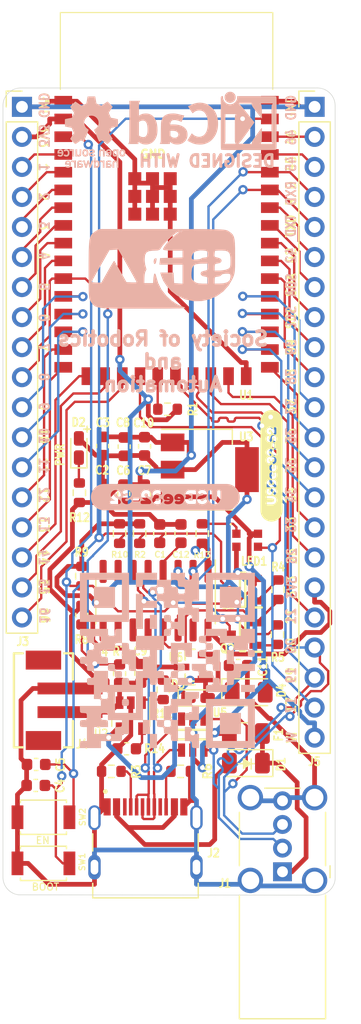
<source format=kicad_pcb>
(kicad_pcb (version 20171130) (host pcbnew "(5.1.12)-1")
  (layers (0 F.Cu signal) (1 GND power) (2 PWR power) (31 B.Cu signal) (34 B.Paste user hide) (35 F.Paste user hide) (36 B.SilkS user hide) (37 F.SilkS user hide) (38 B.Mask user hide) (39 F.Mask user hide) (44 Edge.Cuts user))
  (net 0 "")
  (net 1 GND)
  (net 2 +3V3)
  (net 3 /CHIP_PU)
  (net 4 /RXD0)
  (net 5 /TXD0)
  (net 6 /~DTR)
  (net 7 /~RTS)
  (net 8 /CC2)
  (net 9 /DP1)
  (net 10 /DN1)
  (net 11 /CC1)
  (net 12 /VI)
  (net 13 /VBUSC)
  (net 14 /VBUSA)
  (net 15 "Net-(J2-PadA8)")
  (net 16 "Net-(J2-PadB8)")
  (net 17 "Net-(C12-Pad1)")
  (net 18 +BATT)
  (net 19 "Net-(D2-Pad1)")
  (net 20 "Net-(D3-Pad1)")
  (net 21 /GPIO_0)
  (net 22 /GPIO_34)
  (net 23 /GPIO_16)
  (net 24 /GPIO_15)
  (net 25 /GPIO_14)
  (net 26 /GPIO_13)
  (net 27 /GPIO_12)
  (net 28 /GPIO_11)
  (net 29 /GPIO_10)
  (net 30 /GPIO_9)
  (net 31 /GPIO_8)
  (net 32 /GPIO_7)
  (net 33 /GPIO_6)
  (net 34 /GPIO_5)
  (net 35 /GPIO_4)
  (net 36 /GPIO_3)
  (net 37 /GPIO_2)
  (net 38 /GPIO_1)
  (net 39 /GPIO_17)
  (net 40 /GPIO_21)
  (net 41 /GPIO_26)
  (net 42 /GPIO_33)
  (net 43 /GPIO_35)
  (net 44 /GPIO_36)
  (net 45 /GPIO_37)
  (net 46 /GPIO_38)
  (net 47 /GPIO_39)
  (net 48 /GPIO_40)
  (net 49 /GPIO_41)
  (net 50 /GPIO_42)
  (net 51 /GPIO_45)
  (net 52 /GPIO_46)
  (net 53 "Net-(Q1-Pad1)")
  (net 54 "Net-(Q2-Pad1)")
  (net 55 /GPIO_18)
  (net 56 "Net-(U4-Pad15)")
  (net 57 "Net-(U4-Pad12)")
  (net 58 "Net-(U4-Pad11)")
  (net 59 "Net-(U4-Pad10)")
  (net 60 "Net-(U4-Pad9)")
  (net 61 "Net-(U4-Pad8)")
  (net 62 "Net-(U4-Pad7)")
  (net 63 /D1-)
  (net 64 /D1+)
  (net 65 "Net-(R14-Pad1)")
  (net 66 "Net-(LED1-Pad1)")
  (net 67 "Net-(R11-Pad2)")
  (net 68 "Net-(D4-Pad1)")
  (module Diode_SMD:D_1206_3216Metric (layer F.Cu) (at 186.639 107.518)
    (fp_text reference D4 (at 2.7686 -0.1524 90) (layer F.SilkS) (effects (font (size 0.7 0.6))))
    (fp_text value 1N5819)
    (pad 2 smd roundrect (at 1.4 0) (size 1.25 1.75) (layers F.Cu F.Paste F.Mask) (roundrect_rratio 0.2) (net 12 /VI))
    (pad 1 smd roundrect (at -1.4 0) (size 1.25 1.75) (layers F.Cu F.Paste F.Mask) (roundrect_rratio 0.2) (net 68 "Net-(D4-Pad1)"))
  )
  (module DMP2305U-7:SOT103P240X110-3N (layer F.Cu) (at 181.966 105.385 180)
    (fp_text reference U6 (at 1.4986 0.8128) (layer F.SilkS) (effects (font (size 0.7 0.6))))
    (fp_text value DMP2305U-7)
    (pad 1 smd rect (at -1.016 -1.016 180) (size 1.3208 0.5588) (layers F.Cu F.Paste F.Mask) (net 12 /VI))
    (pad 2 smd rect (at -1.016 1.016 180) (size 1.3208 0.5588) (layers F.Cu F.Paste F.Mask) (net 68 "Net-(D4-Pad1)"))
    (pad 3 smd rect (at 1.016 0 180) (size 1.3208 0.5588) (layers F.Cu F.Paste F.Mask) (net 18 +BATT))
  )
  (module WS2812B-2020:WS2812B2020 (layer F.Cu) (at 186.512 94.6658 180)
    (fp_text reference LED1 (at -0.5842 -1.778) (layer F.SilkS) (effects (font (size 0.7 0.6))))
    (fp_text value WS2812B-2020 hide)
    (pad 4 smd rect (at -0.915 0.55 270) (size 0.7 0.7) (layers F.Cu F.Paste F.Mask) (net 12 /VI))
    (pad 3 smd rect (at -0.915 -0.55 270) (size 0.7 0.7) (layers F.Cu F.Paste F.Mask) (net 39 /GPIO_17))
    (pad 2 smd rect (at 0.915 -0.55 270) (size 0.7 0.7) (layers F.Cu F.Paste F.Mask) (net 1 GND))
    (pad 1 smd rect (at 0.915 0.55 270) (size 0.7 0.7) (layers F.Cu F.Paste F.Mask) (net 66 "Net-(LED1-Pad1)"))
  )
  (module Designs:KiCad-Logo_5mm_SilkScreen (layer B.Cu) (at 182.72 59.72 180)
    (fp_text reference REF**_2 hide)
    (fp_text value KiCad-Logo_5mm_SilkScreen hide)
  )
  (module USBee32-S2-Label:usbee32s2-qr (layer B.Cu) (at 179.71 104.87 180)
    (fp_text reference G***_2 hide)
    (fp_text value LOGO hide)
  )
  (module Connector_USB:USB_A_Wuerth_614004134726_Horizontal (layer F.Cu) (at 189.5 122.7 90)
    (fp_text reference J1 (at -0.98 -4.88) (layer F.SilkS) (effects (font (size 0.7 0.6))))
    (fp_text value USB_A)
    (pad 5 thru_hole circle (at -0.73 -2.72 90) (size 2.15 2.15) (drill 1.5) (layers *.Cu *.Mask) (net 1 GND))
    (pad 5 thru_hole circle (at 6.27 -2.72 90) (size 2.15 2.15) (drill 1.5) (layers *.Cu *.Mask) (net 1 GND))
    (pad 5 thru_hole circle (at 6.27 2.72 90) (size 2.15 2.15) (drill 1.5) (layers *.Cu *.Mask) (net 1 GND))
    (pad 5 thru_hole circle (at -0.73 2.72 90) (size 2.15 2.15) (drill 1.5) (layers *.Cu *.Mask) (net 1 GND))
    (pad 1 thru_hole rect (at 0 0 90) (size 1.6 1.6) (drill 0.92) (layers *.Cu *.Mask) (net 14 /VBUSA))
    (pad 2 thru_hole circle (at 2 0 90) (size 1.6 1.6) (drill 0.92) (layers *.Cu *.Mask) (net 63 /D1-))
    (pad 3 thru_hole circle (at 4 0 90) (size 1.6 1.6) (drill 0.92) (layers *.Cu *.Mask) (net 64 /D1+))
    (pad 4 thru_hole circle (at 6 0 90) (size 1.6 1.6) (drill 0.92) (layers *.Cu *.Mask) (net 1 GND))
  )
  (module Resistor_SMD:R_0603_1608Metric (layer F.Cu) (at 176.3 112.3 180)
    (fp_text reference R14 (at -2.37 0.01) (layer F.SilkS) (effects (font (size 0.7 0.6))))
    (fp_text value 4.7k)
    (pad 2 smd roundrect (at 0.7875 0 180) (size 0.875 0.95) (layers F.Cu F.Paste F.Mask) (net 1 GND))
    (pad 1 smd roundrect (at -0.7875 0 180) (size 0.875 0.95) (layers F.Cu F.Paste F.Mask) (net 65 "Net-(R14-Pad1)"))
  )
  (module Resistor_SMD:R_0603_1608Metric (layer F.Cu) (at 182.7 94.1 270)
    (fp_text reference R13 (at 1.81 0 180) (layer F.SilkS) (effects (font (size 0.5 0.5) (thickness 0.1))))
    (fp_text value 1k)
    (pad 2 smd roundrect (at 0.825 0 270) (size 0.8 0.95) (layers F.Cu F.Paste F.Mask) (net 1 GND))
    (pad 1 smd roundrect (at -0.825 0 270) (size 0.8 0.95) (layers F.Cu F.Paste F.Mask) (net 66 "Net-(LED1-Pad1)"))
  )
  (module Resistor_SMD:R_0603_1608Metric (layer F.Cu) (at 172.5 101 90)
    (fp_text reference R8 (at -2.06 -0.01 180) (layer F.SilkS) (effects (font (size 0.7 0.6))))
    (fp_text value 100k)
    (pad 2 smd roundrect (at 0.7875 0 90) (size 0.875 0.95) (layers F.Cu F.Paste F.Mask) (net 1 GND))
    (pad 1 smd roundrect (at -0.7875 0 90) (size 0.875 0.95) (layers F.Cu F.Paste F.Mask) (net 31 /GPIO_8))
  )
  (module Resistor_SMD:R_0603_1608Metric (layer F.Cu) (at 175.7 105.95 90)
    (fp_text reference R7 (at 1.89 0 180) (layer F.SilkS) (effects (font (size 0.7 0.6))))
    (fp_text value 100k)
    (pad 2 smd roundrect (at 0.7875 0 90) (size 0.875 0.95) (layers F.Cu F.Paste F.Mask) (net 31 /GPIO_8))
    (pad 1 smd roundrect (at -0.7875 0 90) (size 0.875 0.95) (layers F.Cu F.Paste F.Mask) (net 18 +BATT))
  )
  (module Connector_PinHeader_2.54mm:PinHeader_1x22_P2.54mm_Vertical (layer F.Cu) (at 192.22 58.015)
    (fp_text reference J5 (at -0.00896 55.36632 180) (layer F.SilkS) (effects (font (size 0.7 0.6))))
    (fp_text value Conn_01x22_Male)
    (pad 22 thru_hole oval (at 0 53.34) (size 1.7 1.7) (drill 1) (layers *.Cu *.Mask) (net 12 /VI))
    (pad 21 thru_hole oval (at 0 50.8) (size 1.7 1.7) (drill 1) (layers *.Cu *.Mask) (net 39 /GPIO_17))
    (pad 20 thru_hole oval (at 0 48.26) (size 1.7 1.7) (drill 1) (layers *.Cu *.Mask) (net 63 /D1-))
    (pad 19 thru_hole oval (at 0 45.72) (size 1.7 1.7) (drill 1) (layers *.Cu *.Mask) (net 64 /D1+))
    (pad 18 thru_hole oval (at 0 43.18) (size 1.7 1.7) (drill 1) (layers *.Cu *.Mask) (net 40 /GPIO_21))
    (pad 17 thru_hole oval (at 0 40.64) (size 1.7 1.7) (drill 1) (layers *.Cu *.Mask) (net 2 +3V3))
    (pad 16 thru_hole oval (at 0 38.1) (size 1.7 1.7) (drill 1) (layers *.Cu *.Mask) (net 41 /GPIO_26))
    (pad 15 thru_hole oval (at 0 35.56) (size 1.7 1.7) (drill 1) (layers *.Cu *.Mask) (net 42 /GPIO_33))
    (pad 14 thru_hole oval (at 0 33.02) (size 1.7 1.7) (drill 1) (layers *.Cu *.Mask) (net 22 /GPIO_34))
    (pad 13 thru_hole oval (at 0 30.48) (size 1.7 1.7) (drill 1) (layers *.Cu *.Mask) (net 43 /GPIO_35))
    (pad 12 thru_hole oval (at 0 27.94) (size 1.7 1.7) (drill 1) (layers *.Cu *.Mask) (net 44 /GPIO_36))
    (pad 11 thru_hole oval (at 0 25.4) (size 1.7 1.7) (drill 1) (layers *.Cu *.Mask) (net 45 /GPIO_37))
    (pad 10 thru_hole oval (at 0 22.86) (size 1.7 1.7) (drill 1) (layers *.Cu *.Mask) (net 46 /GPIO_38))
    (pad 9 thru_hole oval (at 0 20.32) (size 1.7 1.7) (drill 1) (layers *.Cu *.Mask) (net 47 /GPIO_39))
    (pad 8 thru_hole oval (at 0 17.78) (size 1.7 1.7) (drill 1) (layers *.Cu *.Mask) (net 48 /GPIO_40))
    (pad 7 thru_hole oval (at 0 15.24) (size 1.7 1.7) (drill 1) (layers *.Cu *.Mask) (net 49 /GPIO_41))
    (pad 6 thru_hole oval (at 0 12.7) (size 1.7 1.7) (drill 1) (layers *.Cu *.Mask) (net 50 /GPIO_42))
    (pad 5 thru_hole oval (at 0 10.16) (size 1.7 1.7) (drill 1) (layers *.Cu *.Mask) (net 5 /TXD0))
    (pad 4 thru_hole oval (at 0 7.62) (size 1.7 1.7) (drill 1) (layers *.Cu *.Mask) (net 4 /RXD0))
    (pad 3 thru_hole oval (at 0 5.08) (size 1.7 1.7) (drill 1) (layers *.Cu *.Mask) (net 51 /GPIO_45))
    (pad 2 thru_hole oval (at 0 2.54) (size 1.7 1.7) (drill 1) (layers *.Cu *.Mask) (net 52 /GPIO_46))
    (pad 1 thru_hole rect (at 0 0) (size 1.7 1.7) (drill 1) (layers *.Cu *.Mask) (net 1 GND))
  )
  (module IP4220CZ6:SOP95P275X110-6N (layer F.Cu) (at 181.9 111.1 270)
    (fp_text reference U5 (at -1.8546 -2.30588 180) (layer F.SilkS) (effects (font (size 0.7 0.6))))
    (fp_text value IP4220CZ6 hide)
    (pad 1 smd rect (at -1.312 -0.95) (size 0.6 1.125) (layers F.Cu F.Paste F.Mask) (net 64 /D1+))
    (pad 2 smd rect (at -1.312 0) (size 0.6 1.125) (layers F.Cu F.Paste F.Mask) (net 1 GND))
    (pad 3 smd rect (at -1.312 0.95) (size 0.6 1.125) (layers F.Cu F.Paste F.Mask) (net 10 /DN1))
    (pad 4 smd rect (at 1.312 0.95) (size 0.6 1.125) (layers F.Cu F.Paste F.Mask) (net 9 /DP1))
    (pad 5 smd rect (at 1.312 0) (size 0.6 1.125) (layers F.Cu F.Paste F.Mask) (net 12 /VI))
    (pad 6 smd rect (at 1.312 -0.95) (size 0.6 1.125) (layers F.Cu F.Paste F.Mask) (net 63 /D1-))
  )
  (module Package_SO:SOIC-16_3.9x9.9mm_P1.27mm (layer F.Cu) (at 178.75 99.775 270)
    (fp_text reference U4 (at 4.335 4.63 180) (layer F.SilkS) (effects (font (size 0.7 0.6))))
    (fp_text value CH340C)
    (pad 16 smd roundrect (at 2.475 -4.445 270) (size 1.95 0.6) (layers F.Cu F.Paste F.Mask) (net 2 +3V3))
    (pad 15 smd roundrect (at 2.475 -3.175 270) (size 1.95 0.6) (layers F.Cu F.Paste F.Mask) (net 56 "Net-(U4-Pad15)"))
    (pad 14 smd roundrect (at 2.475 -1.905 270) (size 1.95 0.6) (layers F.Cu F.Paste F.Mask) (net 7 /~RTS))
    (pad 13 smd roundrect (at 2.475 -0.635 270) (size 1.95 0.6) (layers F.Cu F.Paste F.Mask) (net 6 /~DTR))
    (pad 12 smd roundrect (at 2.475 0.635 270) (size 1.95 0.6) (layers F.Cu F.Paste F.Mask) (net 57 "Net-(U4-Pad12)"))
    (pad 11 smd roundrect (at 2.475 1.905 270) (size 1.95 0.6) (layers F.Cu F.Paste F.Mask) (net 58 "Net-(U4-Pad11)"))
    (pad 10 smd roundrect (at 2.475 3.175 270) (size 1.95 0.6) (layers F.Cu F.Paste F.Mask) (net 59 "Net-(U4-Pad10)"))
    (pad 9 smd roundrect (at 2.475 4.445 270) (size 1.95 0.6) (layers F.Cu F.Paste F.Mask) (net 60 "Net-(U4-Pad9)"))
    (pad 8 smd roundrect (at -2.475 4.445 270) (size 1.95 0.6) (layers F.Cu F.Paste F.Mask) (net 61 "Net-(U4-Pad8)"))
    (pad 7 smd roundrect (at -2.475 3.175 270) (size 1.95 0.6) (layers F.Cu F.Paste F.Mask) (net 62 "Net-(U4-Pad7)"))
    (pad 6 smd roundrect (at -2.475 1.905 270) (size 1.95 0.6) (layers F.Cu F.Paste F.Mask) (net 10 /DN1))
    (pad 5 smd roundrect (at -2.475 0.635 270) (size 1.95 0.6) (layers F.Cu F.Paste F.Mask) (net 9 /DP1))
    (pad 4 smd roundrect (at -2.475 -0.635 270) (size 1.95 0.6) (layers F.Cu F.Paste F.Mask) (net 17 "Net-(C12-Pad1)"))
    (pad 3 smd roundrect (at -2.475 -1.905 270) (size 1.95 0.6) (layers F.Cu F.Paste F.Mask) (net 5 /TXD0))
    (pad 2 smd roundrect (at -2.475 -3.175 270) (size 1.95 0.6) (layers F.Cu F.Paste F.Mask) (net 4 /RXD0))
    (pad 1 smd roundrect (at -2.475 -4.445 270) (size 1.95 0.6) (layers F.Cu F.Paste F.Mask) (net 1 GND))
  )
  (module tactile_smd_switch:tactile_smd_switch (layer F.Cu) (at 169.25 121.99)
    (fp_text reference SW1 (at 3.28 -0.12 90) (layer F.SilkS) (effects (font (size 0.5 0.5) (thickness 0.1))))
    (fp_text value SW_Push)
    (pad 2 smd rect (at 2.2 0) (size 1 2) (layers F.Cu F.Paste F.Mask) (net 21 /GPIO_0))
    (pad 1 smd rect (at -2.2 0) (size 1 2) (layers F.Cu F.Paste F.Mask) (net 1 GND))
  )
  (module USB-TYPE-C:HRO_TYPE-C-31-M-12 (layer F.Cu) (at 177.894 122.309)
    (fp_text reference J2 (at 5.77 -1.2) (layer F.SilkS) (effects (font (size 0.7 0.6))))
    (fp_text value TYPE-C-31-M-12)
    (pad None np_thru_hole circle (at 2.89 -3.65) (size 0.7 0.7) (drill 0.7) (layers *.Cu *.Mask))
    (pad None np_thru_hole circle (at -2.89 -3.65) (size 0.7 0.7) (drill 0.7) (layers *.Cu *.Mask))
    (pad S4 thru_hole oval (at 4.32 0) (size 1.05 2.1) (drill oval 0.65 1.25) (layers *.Cu *.Mask) (net 1 GND))
    (pad S3 thru_hole oval (at -4.32 0) (size 1.05 2.1) (drill oval 0.65 1.25) (layers *.Cu *.Mask) (net 1 GND))
    (pad S2 thru_hole oval (at 4.32 -4.18) (size 1.05 2.1) (drill oval 0.65 1.75) (layers *.Cu *.Mask) (net 1 GND))
    (pad S1 thru_hole oval (at -4.32 -4.18) (size 1.05 2.1) (drill oval 0.65 1.75) (layers *.Cu *.Mask) (net 1 GND))
    (pad B1A12 smd rect (at 3.25 -5.095) (size 0.6 1.45) (layers F.Cu F.Paste F.Mask) (net 1 GND))
    (pad B4A9 smd rect (at 2.45 -5.095) (size 0.6 1.45) (layers F.Cu F.Paste F.Mask) (net 13 /VBUSC))
    (pad B5 smd rect (at 1.75 -5.095) (size 0.3 1.45) (layers F.Cu F.Paste F.Mask) (net 8 /CC2))
    (pad A8 smd rect (at 1.25 -5.095) (size 0.3 1.45) (layers F.Cu F.Paste F.Mask) (net 15 "Net-(J2-PadA8)"))
    (pad B6 smd rect (at 0.75 -5.095) (size 0.3 1.45) (layers F.Cu F.Paste F.Mask) (net 9 /DP1))
    (pad A7 smd rect (at 0.25 -5.095) (size 0.3 1.45) (layers F.Cu F.Paste F.Mask) (net 10 /DN1))
    (pad B8 smd rect (at -1.75 -5.095) (size 0.3 1.45) (layers F.Cu F.Paste F.Mask) (net 16 "Net-(J2-PadB8)"))
    (pad A5 smd rect (at -1.25 -5.095) (size 0.3 1.45) (layers F.Cu F.Paste F.Mask) (net 11 /CC1))
    (pad B7 smd rect (at -0.75 -5.095) (size 0.3 1.45) (layers F.Cu F.Paste F.Mask) (net 10 /DN1))
    (pad A6 smd rect (at -0.25 -5.095) (size 0.3 1.45) (layers F.Cu F.Paste F.Mask) (net 9 /DP1))
    (pad A4B9 smd rect (at -2.45 -5.095) (size 0.6 1.45) (layers F.Cu F.Paste F.Mask) (net 13 /VBUSC))
    (pad A1B12 smd rect (at -3.25 -5.095) (size 0.6 1.45) (layers F.Cu F.Paste F.Mask) (net 1 GND))
  )
  (module Designs:OSHW-Logo_5.7x6mm_SilkScreen (layer B.Cu) (at 173.32 60.15 180)
    (fp_text reference REF** hide)
    (fp_text value OSHW-Logo_5.7x6mm_SilkScreen hide)
  )
  (module label (layer F.Cu) (at 188.57 88.37 90)
    (fp_text reference svg2mod_2 hide)
    (fp_text value G*** hide)
  )
  (module label (layer B.Cu) (at 179.57454 91.01916 180)
    (fp_text reference svg2mod hide)
    (fp_text value G*** hide)
  )
  (module SRA_Logo:sralogo (layer B.Cu) (at 179.34594 71.69484 180)
    (fp_text reference G*** hide)
    (fp_text value LOGO hide)
  )
  (module Diode_SMD:D_1206_3216Metric (layer F.Cu) (at 186.4 113.51 180)
    (fp_text reference D1 (at -2.97 -0.1 270) (layer F.SilkS) (effects (font (size 0.7 0.6))))
    (fp_text value 1N5819)
    (pad 2 smd roundrect (at 1.4 0 180) (size 1.25 1.75) (layers F.Cu F.Paste F.Mask) (roundrect_rratio 0.2) (net 13 /VBUSC))
    (pad 1 smd roundrect (at -1.4 0 180) (size 1.25 1.75) (layers F.Cu F.Paste F.Mask) (roundrect_rratio 0.2) (net 14 /VBUSA))
  )
  (module "B2B-PH-SM4-TB:JST_B2B-PH-SM4-TB(LF)(SN)" (layer F.Cu) (at 171.5 108.2 90)
    (fp_text reference J4 (at -3.71 1.04 180) (layer F.SilkS) (effects (font (size 0.7 0.6))))
    (fp_text value "B2B-PH-SM4-TB(LF)(SN)")
    (pad 4 smd rect (at 3.4 -2.25 90) (size 1.6 3) (layers F.Cu F.Paste F.Mask))
    (pad 3 smd rect (at -3.4 -2.25 90) (size 1.6 3) (layers F.Cu F.Paste F.Mask))
    (pad 2 smd rect (at 1 0 90) (size 1 5.5) (layers F.Cu F.Paste F.Mask) (net 1 GND))
    (pad 1 smd rect (at -1 0 90) (size 1 5.5) (layers F.Cu F.Paste F.Mask) (net 18 +BATT))
  )
  (module Capacitor_SMD:C_0603_1608Metric (layer F.Cu) (at 177.5 105.925 90)
    (fp_text reference C9 (at 1.895 -0.04 180) (layer F.SilkS) (effects (font (size 0.7 0.6))))
    (fp_text value 10uF)
    (pad 2 smd roundrect (at 0.7875 0 90) (size 0.875 0.95) (layers F.Cu F.Paste F.Mask) (net 1 GND))
    (pad 1 smd roundrect (at -0.7875 0 90) (size 0.875 0.95) (layers F.Cu F.Paste F.Mask) (net 18 +BATT))
  )
  (module Resistor_SMD:R_0603_1608Metric (layer F.Cu) (at 175 114.21 180)
    (fp_text reference R3 (at -2.11 -0.02 90) (layer F.SilkS) (effects (font (size 0.7 0.6))))
    (fp_text value 5.1K hide)
    (pad 2 smd roundrect (at 0.825 0 180) (size 0.8 0.95) (layers F.Cu F.Paste F.Mask) (net 1 GND))
    (pad 1 smd roundrect (at -0.825 0 180) (size 0.8 0.95) (layers F.Cu F.Paste F.Mask) (net 11 /CC1))
  )
  (module MMBT8050:MMBT8050 (layer F.Cu) (at 186.125 98.85 180)
    (fp_text reference Q1 (at 1.285 -1.23) (layer F.SilkS) (effects (font (size 0.7 0.6))))
    (fp_text value MMBT8050 hide)
    (pad 3 smd rect (at 1.1 0 270) (size 0.6 1.05) (layers F.Cu F.Paste F.Mask) (net 3 /CHIP_PU))
    (pad 2 smd rect (at -1.1 0.95 270) (size 0.6 1.05) (layers F.Cu F.Paste F.Mask) (net 7 /~RTS))
    (pad 1 smd rect (at -1.1 -0.95 270) (size 0.6 1.05) (layers F.Cu F.Paste F.Mask) (net 53 "Net-(Q1-Pad1)"))
  )
  (module MMBT8050:MMBT8050 (layer F.Cu) (at 186.125 102.6 180)
    (fp_text reference Q2 (at 1.295 -1.24) (layer F.SilkS) (effects (font (size 0.7 0.6))))
    (fp_text value MMBT8050 hide)
    (pad 3 smd rect (at 1.1 0 270) (size 0.6 1.05) (layers F.Cu F.Paste F.Mask) (net 21 /GPIO_0))
    (pad 2 smd rect (at -1.1 0.95 270) (size 0.6 1.05) (layers F.Cu F.Paste F.Mask) (net 6 /~DTR))
    (pad 1 smd rect (at -1.1 -0.95 270) (size 0.6 1.05) (layers F.Cu F.Paste F.Mask) (net 54 "Net-(Q2-Pad1)"))
  )
  (module Package_TO_SOT_SMD:SOT-23-5 (layer F.Cu) (at 176.65 109.5 270)
    (fp_text reference U2 (at 1.52 2.52 180) (layer F.SilkS) (effects (font (size 0.7 0.6) (thickness 0.125))))
    (fp_text value MCP73831-2-OT)
    (pad 5 smd rect (at 1.1 -0.95 270) (size 1.06 0.65) (layers F.Cu F.Paste F.Mask) (net 65 "Net-(R14-Pad1)"))
    (pad 4 smd rect (at 1.1 0.95 270) (size 1.06 0.65) (layers F.Cu F.Paste F.Mask) (net 12 /VI))
    (pad 3 smd rect (at -1.1 0.95 270) (size 1.06 0.65) (layers F.Cu F.Paste F.Mask) (net 18 +BATT))
    (pad 2 smd rect (at -1.1 0 270) (size 1.06 0.65) (layers F.Cu F.Paste F.Mask) (net 1 GND))
    (pad 1 smd rect (at -1.1 -0.95 270) (size 1.06 0.65) (layers F.Cu F.Paste F.Mask) (net 67 "Net-(R11-Pad2)"))
  )
  (module Package_TO_SOT_SMD:SOT-223-3_TabPin2 (layer F.Cu) (at 183.342 88.6929)
    (fp_text reference U3 (at 3.08496 -2.77406) (layer F.SilkS) (effects (font (size 0.7 0.6))))
    (fp_text value AMS1117-3.3)
    (pad 1 smd rect (at -3.15 -2.3) (size 2 1.5) (layers F.Cu F.Paste F.Mask) (net 1 GND))
    (pad 3 smd rect (at -3.15 2.3) (size 2 1.5) (layers F.Cu F.Paste F.Mask) (net 12 /VI))
    (pad 2 smd rect (at -3.15 0) (size 2 1.5) (layers F.Cu F.Paste F.Mask) (net 2 +3V3))
    (pad 2 smd rect (at 3.15 0) (size 2 3.8) (layers F.Cu F.Paste F.Mask) (net 2 +3V3))
  )
  (module ESP32-S2-WROOM_M22S2H3200PH3Q0:ESP32S2WROOMM22S2H3200PH3Q0 (layer F.Cu) (at 179.68 65.54)
    (fp_text reference U1 (at 6.7627 16.84824) (layer F.SilkS) (effects (font (size 0.7 0.6))))
    (fp_text value ESP32-S2-WROOM-ESP32-S2-WROOM hide)
    (pad 51 smd rect (at -2.69 -1.45) (size 1.1 1.1) (layers F.Cu F.Paste F.Mask) (net 1 GND))
    (pad 50 smd rect (at -1.19 -1.45) (size 1.1 1.1) (layers F.Cu F.Paste F.Mask) (net 1 GND))
    (pad 49 smd rect (at 0.31 -1.45) (size 1.1 1.1) (layers F.Cu F.Paste F.Mask) (net 1 GND))
    (pad 48 smd rect (at 0.31 0.05) (size 1.1 1.1) (layers F.Cu F.Paste F.Mask) (net 1 GND))
    (pad 47 smd rect (at 0.31 1.55) (size 1.1 1.1) (layers F.Cu F.Paste F.Mask) (net 1 GND))
    (pad 46 smd rect (at -1.19 1.55) (size 1.1 1.1) (layers F.Cu F.Paste F.Mask) (net 1 GND))
    (pad 45 smd rect (at -2.69 1.55) (size 1.1 1.1) (layers F.Cu F.Paste F.Mask) (net 1 GND))
    (pad 44 smd rect (at -2.69 0.05) (size 1.1 1.1) (layers F.Cu F.Paste F.Mask) (net 1 GND))
    (pad 43 smd rect (at -1.19 0.05) (size 1.1 1.1) (layers F.Cu F.Paste F.Mask) (net 1 GND))
    (pad 42 smd rect (at 8.75 -8 90) (size 0.9 1.5) (layers F.Cu F.Paste F.Mask) (net 1 GND))
    (pad 41 smd rect (at 8.75 -6.5 90) (size 0.9 1.5) (layers F.Cu F.Paste F.Mask) (net 3 /CHIP_PU))
    (pad 40 smd rect (at 8.75 -5 90) (size 0.9 1.5) (layers F.Cu F.Paste F.Mask) (net 52 /GPIO_46))
    (pad 39 smd rect (at 8.75 -3.5 90) (size 0.9 1.5) (layers F.Cu F.Paste F.Mask) (net 51 /GPIO_45))
    (pad 38 smd rect (at 8.75 -2 90) (size 0.9 1.5) (layers F.Cu F.Paste F.Mask) (net 4 /RXD0))
    (pad 37 smd rect (at 8.75 -0.5 90) (size 0.9 1.5) (layers F.Cu F.Paste F.Mask) (net 5 /TXD0))
    (pad 36 smd rect (at 8.75 1 90) (size 0.9 1.5) (layers F.Cu F.Paste F.Mask) (net 50 /GPIO_42))
    (pad 35 smd rect (at 8.75 2.5 90) (size 0.9 1.5) (layers F.Cu F.Paste F.Mask) (net 49 /GPIO_41))
    (pad 34 smd rect (at 8.75 4 90) (size 0.9 1.5) (layers F.Cu F.Paste F.Mask) (net 48 /GPIO_40))
    (pad 33 smd rect (at 8.75 5.5 90) (size 0.9 1.5) (layers F.Cu F.Paste F.Mask) (net 47 /GPIO_39))
    (pad 32 smd rect (at 8.75 7 90) (size 0.9 1.5) (layers F.Cu F.Paste F.Mask) (net 46 /GPIO_38))
    (pad 31 smd rect (at 8.75 8.5 90) (size 0.9 1.5) (layers F.Cu F.Paste F.Mask) (net 45 /GPIO_37))
    (pad 30 smd rect (at 8.75 10 90) (size 0.9 1.5) (layers F.Cu F.Paste F.Mask) (net 44 /GPIO_36))
    (pad 29 smd rect (at 8.75 11.5 90) (size 0.9 1.5) (layers F.Cu F.Paste F.Mask) (net 43 /GPIO_35))
    (pad 28 smd rect (at 8.75 13 90) (size 0.9 1.5) (layers F.Cu F.Paste F.Mask) (net 22 /GPIO_34))
    (pad 27 smd rect (at 8.75 14.5 90) (size 0.9 1.5) (layers F.Cu F.Paste F.Mask) (net 42 /GPIO_33))
    (pad 26 smd rect (at 6.75 15.25) (size 0.9 1.5) (layers F.Cu F.Paste F.Mask) (net 1 GND))
    (pad 25 smd rect (at 5.25 15.25) (size 0.9 1.5) (layers F.Cu F.Paste F.Mask) (net 41 /GPIO_26))
    (pad 24 smd rect (at 3.75 15.25) (size 0.9 1.5) (layers F.Cu F.Paste F.Mask) (net 40 /GPIO_21))
    (pad 23 smd rect (at 2.25 15.25) (size 0.9 1.5) (layers F.Cu F.Paste F.Mask) (net 64 /D1+))
    (pad 22 smd rect (at 0.75 15.25) (size 0.9 1.5) (layers F.Cu F.Paste F.Mask) (net 63 /D1-))
    (pad 21 smd rect (at -0.75 15.25) (size 0.9 1.5) (layers F.Cu F.Paste F.Mask) (net 55 /GPIO_18))
    (pad 20 smd rect (at -2.25 15.25) (size 0.9 1.5) (layers F.Cu F.Paste F.Mask) (net 39 /GPIO_17))
    (pad 19 smd rect (at -3.75 15.25) (size 0.9 1.5) (layers F.Cu F.Paste F.Mask) (net 23 /GPIO_16))
    (pad 18 smd rect (at -5.25 15.25) (size 0.9 1.5) (layers F.Cu F.Paste F.Mask) (net 24 /GPIO_15))
    (pad 17 smd rect (at -6.75 15.25) (size 0.9 1.5) (layers F.Cu F.Paste F.Mask) (net 25 /GPIO_14))
    (pad 16 smd rect (at -8.75 14.5 90) (size 0.9 1.5) (layers F.Cu F.Paste F.Mask) (net 26 /GPIO_13))
    (pad 15 smd rect (at -8.75 13 90) (size 0.9 1.5) (layers F.Cu F.Paste F.Mask) (net 27 /GPIO_12))
    (pad 14 smd rect (at -8.75 11.5 90) (size 0.9 1.5) (layers F.Cu F.Paste F.Mask) (net 28 /GPIO_11))
    (pad 13 smd rect (at -8.75 10 90) (size 0.9 1.5) (layers F.Cu F.Paste F.Mask) (net 29 /GPIO_10))
    (pad 12 smd rect (at -8.75 8.5 90) (size 0.9 1.5) (layers F.Cu F.Paste F.Mask) (net 30 /GPIO_9))
    (pad 11 smd rect (at -8.75 7 90) (size 0.9 1.5) (layers F.Cu F.Paste F.Mask) (net 31 /GPIO_8))
    (pad 10 smd rect (at -8.75 5.5 90) (size 0.9 1.5) (layers F.Cu F.Paste F.Mask) (net 32 /GPIO_7))
    (pad 9 smd rect (at -8.75 4 90) (size 0.9 1.5) (layers F.Cu F.Paste F.Mask) (net 33 /GPIO_6))
    (pad 8 smd rect (at -8.75 2.5 90) (size 0.9 1.5) (layers F.Cu F.Paste F.Mask) (net 34 /GPIO_5))
    (pad 7 smd rect (at -8.75 1 90) (size 0.9 1.5) (layers F.Cu F.Paste F.Mask) (net 35 /GPIO_4))
    (pad 6 smd rect (at -8.75 -0.5 90) (size 0.9 1.5) (layers F.Cu F.Paste F.Mask) (net 36 /GPIO_3))
    (pad 5 smd rect (at -8.75 -2 90) (size 0.9 1.5) (layers F.Cu F.Paste F.Mask) (net 37 /GPIO_2))
    (pad 4 smd rect (at -8.75 -3.5 90) (size 0.9 1.5) (layers F.Cu F.Paste F.Mask) (net 38 /GPIO_1))
    (pad 3 smd rect (at -8.75 -5 90) (size 0.9 1.5) (layers F.Cu F.Paste F.Mask) (net 21 /GPIO_0))
    (pad 2 smd rect (at -8.75 -6.5 90) (size 0.9 1.5) (layers F.Cu F.Paste F.Mask) (net 2 +3V3))
    (pad 1 smd rect (at -8.75 -8 90) (size 0.9 1.5) (layers F.Cu F.Paste F.Mask) (net 1 GND))
  )
  (module Resistor_SMD:R_0603_1608Metric (layer F.Cu) (at 175.7 94.1 90)
    (fp_text reference R10 (at -1.778 0.0127 180) (layer F.SilkS) (effects (font (size 0.5 0.5) (thickness 0.1))))
    (fp_text value 10K)
    (pad 2 smd roundrect (at 0.825 0 90) (size 0.8 0.95) (layers F.Cu F.Paste F.Mask) (net 2 +3V3))
    (pad 1 smd roundrect (at -0.825 0 90) (size 0.8 0.95) (layers F.Cu F.Paste F.Mask) (net 3 /CHIP_PU))
  )
  (module LED_SMD:LED_0603_1608Metric_Castellated (layer F.Cu) (at 182.347 108.001)
    (fp_text reference D3 (at -1.7018 -1.143 180) (layer F.SilkS) (effects (font (size 0.7 0.6))))
    (fp_text value LED)
    (pad 2 smd roundrect (at 0.8125 0) (size 1.225 0.85) (layers F.Cu F.Paste F.Mask) (net 12 /VI))
    (pad 1 smd roundrect (at -0.8125 0) (size 1.225 0.85) (layers F.Cu F.Paste F.Mask) (net 20 "Net-(D3-Pad1)"))
  )
  (module Resistor_SMD:R_0603_1608Metric (layer F.Cu) (at 179.4 107.315 270)
    (fp_text reference R11 (at 2.0066 0.0762 180) (layer F.SilkS) (effects (font (size 0.7 0.6))))
    (fp_text value 1k)
    (pad 2 smd roundrect (at 0.825 0 270) (size 0.8 0.95) (layers F.Cu F.Paste F.Mask) (net 67 "Net-(R11-Pad2)"))
    (pad 1 smd roundrect (at -0.825 0 270) (size 0.8 0.95) (layers F.Cu F.Paste F.Mask) (net 20 "Net-(D3-Pad1)"))
  )
  (module Capacitor_SMD:C_0603_1608Metric (layer F.Cu) (at 176.091 86.7498 270)
    (fp_text reference C8 (at -2.032 0.1016 180) (layer F.SilkS) (effects (font (size 0.7 0.6))))
    (fp_text value "22 uF")
    (pad 2 smd roundrect (at 0.775 0 270) (size 0.9 0.95) (layers F.Cu F.Paste F.Mask) (net 2 +3V3))
    (pad 1 smd roundrect (at -0.775 0 270) (size 0.9 0.95) (layers F.Cu F.Paste F.Mask) (net 1 GND))
  )
  (module Capacitor_SMD:C_0603_1608Metric (layer F.Cu) (at 176.053 90.7373 270)
    (fp_text reference C6 (at -1.9673 0.0327 180) (layer F.SilkS) (effects (font (size 0.7 0.6))))
    (fp_text value "10 uF")
    (pad 2 smd roundrect (at 0.775 0 270) (size 0.9 0.95) (layers F.Cu F.Paste F.Mask) (net 12 /VI))
    (pad 1 smd roundrect (at -0.775 0 270) (size 0.9 0.95) (layers F.Cu F.Paste F.Mask) (net 1 GND))
  )
  (module Fuse:Fuse_1206_3216Metric (layer F.Cu) (at 186.4 111.01)
    (fp_text reference F1 (at 2.77 0.11 90) (layer F.SilkS) (effects (font (size 0.7 0.6))))
    (fp_text value Polyfuse_Small)
    (pad 2 smd roundrect (at 1.4 0) (size 1.25 1.75) (layers F.Cu F.Paste F.Mask) (roundrect_rratio 0.2) (net 14 /VBUSA))
    (pad 1 smd roundrect (at -1.4 0) (size 1.25 1.75) (layers F.Cu F.Paste F.Mask) (roundrect_rratio 0.2) (net 12 /VI))
  )
  (module Capacitor_SMD:C_0603_1608Metric (layer F.Cu) (at 185.75 105.258)
    (fp_text reference C11 (at 2.0828 0.0508 90) (layer F.SilkS) (effects (font (size 0.7 0.6))))
    (fp_text value 0.1uF)
    (pad 2 smd roundrect (at 0.775 0) (size 0.9 0.95) (layers F.Cu F.Paste F.Mask) (net 1 GND))
    (pad 1 smd roundrect (at -0.775 0) (size 0.9 0.95) (layers F.Cu F.Paste F.Mask) (net 2 +3V3))
  )
  (module tactile_smd_switch:tactile_smd_switch (layer F.Cu) (at 169.25 118.09)
    (fp_text reference SW2 (at 3.31 -0.02 90) (layer F.SilkS) (effects (font (size 0.5 0.5) (thickness 0.1))))
    (fp_text value SW_Push)
    (pad 2 smd rect (at 2.2 0) (size 1 2) (layers F.Cu F.Paste F.Mask) (net 3 /CHIP_PU))
    (pad 1 smd rect (at -2.2 0) (size 1 2) (layers F.Cu F.Paste F.Mask) (net 1 GND))
  )
  (module Resistor_SMD:R_0603_1608Metric (layer F.Cu) (at 189.075 102.65 270)
    (fp_text reference R5 (at 1.9218 -0.028 180) (layer F.SilkS) (effects (font (size 0.7 0.6))))
    (fp_text value 10K)
    (pad 2 smd roundrect (at 0.825 0 270) (size 0.8 0.95) (layers F.Cu F.Paste F.Mask) (net 54 "Net-(Q2-Pad1)"))
    (pad 1 smd roundrect (at -0.825 0 270) (size 0.8 0.95) (layers F.Cu F.Paste F.Mask) (net 7 /~RTS))
  )
  (module Resistor_SMD:R_0603_1608Metric (layer F.Cu) (at 172.294 90.6492 270)
    (fp_text reference R12 (at 2.095 -0.0127 180) (layer F.SilkS) (effects (font (size 0.7 0.6))))
    (fp_text value 1k)
    (pad 2 smd roundrect (at 0.825 0 270) (size 0.8 0.95) (layers F.Cu F.Paste F.Mask) (net 1 GND))
    (pad 1 smd roundrect (at -0.825 0 270) (size 0.8 0.95) (layers F.Cu F.Paste F.Mask) (net 19 "Net-(D2-Pad1)"))
  )
  (module Connector_PinHeader_2.54mm:PinHeader_1x18_P2.54mm_Vertical (layer F.Cu) (at 167.43 58.015)
    (fp_text reference J3 (at 0.0756 45.2194 180) (layer F.SilkS) (effects (font (size 0.7 0.6))))
    (fp_text value Conn_01x18_Male)
    (pad 18 thru_hole oval (at 0 43.18) (size 1.7 1.7) (drill 1) (layers *.Cu *.Mask) (net 23 /GPIO_16))
    (pad 17 thru_hole oval (at 0 40.64) (size 1.7 1.7) (drill 1) (layers *.Cu *.Mask) (net 24 /GPIO_15))
    (pad 16 thru_hole oval (at 0 38.1) (size 1.7 1.7) (drill 1) (layers *.Cu *.Mask) (net 25 /GPIO_14))
    (pad 15 thru_hole oval (at 0 35.56) (size 1.7 1.7) (drill 1) (layers *.Cu *.Mask) (net 26 /GPIO_13))
    (pad 14 thru_hole oval (at 0 33.02) (size 1.7 1.7) (drill 1) (layers *.Cu *.Mask) (net 27 /GPIO_12))
    (pad 13 thru_hole oval (at 0 30.48) (size 1.7 1.7) (drill 1) (layers *.Cu *.Mask) (net 28 /GPIO_11))
    (pad 12 thru_hole oval (at 0 27.94) (size 1.7 1.7) (drill 1) (layers *.Cu *.Mask) (net 29 /GPIO_10))
    (pad 11 thru_hole oval (at 0 25.4) (size 1.7 1.7) (drill 1) (layers *.Cu *.Mask) (net 30 /GPIO_9))
    (pad 10 thru_hole oval (at 0 22.86) (size 1.7 1.7) (drill 1) (layers *.Cu *.Mask) (net 31 /GPIO_8))
    (pad 9 thru_hole oval (at 0 20.32) (size 1.7 1.7) (drill 1) (layers *.Cu *.Mask) (net 32 /GPIO_7))
    (pad 8 thru_hole oval (at 0 17.78) (size 1.7 1.7) (drill 1) (layers *.Cu *.Mask) (net 33 /GPIO_6))
    (pad 7 thru_hole oval (at 0 15.24) (size 1.7 1.7) (drill 1) (layers *.Cu *.Mask) (net 34 /GPIO_5))
    (pad 6 thru_hole oval (at 0 12.7) (size 1.7 1.7) (drill 1) (layers *.Cu *.Mask) (net 35 /GPIO_4))
    (pad 5 thru_hole oval (at 0 10.16) (size 1.7 1.7) (drill 1) (layers *.Cu *.Mask) (net 36 /GPIO_3))
    (pad 4 thru_hole oval (at 0 7.62) (size 1.7 1.7) (drill 1) (layers *.Cu *.Mask) (net 37 /GPIO_2))
    (pad 3 thru_hole oval (at 0 5.08) (size 1.7 1.7) (drill 1) (layers *.Cu *.Mask) (net 38 /GPIO_1))
    (pad 2 thru_hole oval (at 0 2.54) (size 1.7 1.7) (drill 1) (layers *.Cu *.Mask) (net 2 +3V3))
    (pad 1 thru_hole rect (at 0 0) (size 1.7 1.7) (drill 1) (layers *.Cu *.Mask) (net 1 GND))
  )
  (module LED_SMD:LED_0603_1608Metric_Castellated (layer F.Cu) (at 172.253 86.8644 90)
    (fp_text reference D2 (at 2.172 -0.02286) (layer F.SilkS) (effects (font (size 0.7 0.6))))
    (fp_text value LED)
    (pad 2 smd roundrect (at 0.8125 0 90) (size 1.225 0.85) (layers F.Cu F.Paste F.Mask) (net 2 +3V3))
    (pad 1 smd roundrect (at -0.8125 0 90) (size 1.225 0.85) (layers F.Cu F.Paste F.Mask) (net 19 "Net-(D2-Pad1)"))
  )
  (module Capacitor_SMD:C_0603_1608Metric (layer F.Cu) (at 177.818 86.7244 270)
    (fp_text reference C10 (at -1.9812 0.0762 180) (layer F.SilkS) (effects (font (size 0.7 0.6))))
    (fp_text value 0.1uF)
    (pad 2 smd roundrect (at 0.775 0 270) (size 0.9 0.95) (layers F.Cu F.Paste F.Mask) (net 2 +3V3))
    (pad 1 smd roundrect (at -0.775 0 270) (size 0.9 0.95) (layers F.Cu F.Paste F.Mask) (net 1 GND))
  )
  (module Capacitor_SMD:C_0603_1608Metric (layer F.Cu) (at 168.6 115.4)
    (fp_text reference C4 (at 2.07 0.04 90) (layer F.SilkS) (effects (font (size 0.7 0.6))))
    (fp_text value 0.1uF)
    (pad 2 smd roundrect (at 0.775 0) (size 0.9 0.95) (layers F.Cu F.Paste F.Mask) (net 21 /GPIO_0))
    (pad 1 smd roundrect (at -0.775 0) (size 0.9 0.95) (layers F.Cu F.Paste F.Mask) (net 1 GND))
  )
  (module Capacitor_SMD:C_0603_1608Metric (layer F.Cu) (at 179.1 94.1045 90)
    (fp_text reference C1 (at -1.7653 0.04 180) (layer F.SilkS) (effects (font (size 0.5 0.5) (thickness 0.1))))
    (fp_text value 0.1uF)
    (pad 2 smd roundrect (at 0.775 0 90) (size 0.9 0.95) (layers F.Cu F.Paste F.Mask) (net 1 GND))
    (pad 1 smd roundrect (at -0.775 0 90) (size 0.9 0.95) (layers F.Cu F.Paste F.Mask) (net 3 /CHIP_PU))
  )
  (module Capacitor_SMD:C_0603_1608Metric (layer F.Cu) (at 180.9 94.1 90)
    (fp_text reference C12 (at -1.78 0 180) (layer F.SilkS) (effects (font (size 0.5 0.5) (thickness 0.1))))
    (fp_text value 0.1uF)
    (pad 2 smd roundrect (at 0.775 0 90) (size 0.9 0.95) (layers F.Cu F.Paste F.Mask) (net 1 GND))
    (pad 1 smd roundrect (at -0.775 0 90) (size 0.9 0.95) (layers F.Cu F.Paste F.Mask) (net 17 "Net-(C12-Pad1)"))
  )
  (module Resistor_SMD:R_0603_1608Metric (layer F.Cu) (at 180.875 114.21)
    (fp_text reference R6 (at 2.275 -0.01 90) (layer F.SilkS) (effects (font (size 0.7 0.7))))
    (fp_text value 5.1K)
    (pad 2 smd roundrect (at 0.825 0) (size 0.8 0.95) (layers F.Cu F.Paste F.Mask) (net 1 GND))
    (pad 1 smd roundrect (at -0.825 0) (size 0.8 0.95) (layers F.Cu F.Paste F.Mask) (net 8 /CC2))
  )
  (module Resistor_SMD:R_0603_1608Metric (layer F.Cu) (at 179.766 83.5875 180)
    (fp_text reference R1 (at -2.14382 0.0127 90) (layer F.SilkS) (effects (font (size 0.7 0.6))))
    (fp_text value 10K)
    (pad 2 smd roundrect (at 0.825 0 180) (size 0.8 0.95) (layers F.Cu F.Paste F.Mask) (net 55 /GPIO_18))
    (pad 1 smd roundrect (at -0.825 0 180) (size 0.8 0.95) (layers F.Cu F.Paste F.Mask) (net 2 +3V3))
  )
  (module Resistor_SMD:R_0603_1608Metric (layer F.Cu) (at 172.5 97.7 90)
    (fp_text reference R9 (at 2.03 -0.01) (layer F.SilkS) (effects (font (size 0.7 0.6))))
    (fp_text value 10K)
    (pad 2 smd roundrect (at 0.825 0 90) (size 0.8 0.95) (layers F.Cu F.Paste F.Mask) (net 2 +3V3))
    (pad 1 smd roundrect (at -0.825 0 90) (size 0.8 0.95) (layers F.Cu F.Paste F.Mask) (net 21 /GPIO_0))
  )
  (module Resistor_SMD:R_0603_1608Metric (layer F.Cu) (at 177.4 94.1 270)
    (fp_text reference R2 (at 1.7836 -0.0302) (layer F.SilkS) (effects (font (size 0.5 0.5) (thickness 0.1))))
    (fp_text value 10K)
    (pad 1 smd roundrect (at -0.825 0 270) (size 0.8 0.95) (layers F.Cu F.Paste F.Mask) (net 2 +3V3))
    (pad 2 smd roundrect (at 0.825 0 270) (size 0.8 0.95) (layers F.Cu F.Paste F.Mask) (net 3 /CHIP_PU))
  )
  (module Capacitor_SMD:C_0603_1608Metric (layer F.Cu) (at 168.63 113.625)
    (fp_text reference C5 (at 2.0701 0.0152 90) (layer F.SilkS) (effects (font (size 0.7 0.6))))
    (fp_text value 0.1uF)
    (pad 2 smd roundrect (at 0.775 0) (size 0.9 0.95) (layers F.Cu F.Paste F.Mask) (net 3 /CHIP_PU))
    (pad 1 smd roundrect (at -0.775 0) (size 0.9 0.95) (layers F.Cu F.Paste F.Mask) (net 1 GND))
  )
  (module Capacitor_SMD:C_0603_1608Metric (layer F.Cu) (at 174.262 86.699 90)
    (fp_text reference C3 (at 1.9812 0.0254 180) (layer F.SilkS) (effects (font (size 0.7 0.6))))
    (fp_text value 10uF)
    (pad 2 smd roundrect (at 0.775 0 90) (size 0.9 0.95) (layers F.Cu F.Paste F.Mask) (net 1 GND))
    (pad 1 smd roundrect (at -0.775 0 90) (size 0.9 0.95) (layers F.Cu F.Paste F.Mask) (net 2 +3V3))
  )
  (module Capacitor_SMD:C_0603_1608Metric (layer F.Cu) (at 174.249 90.6865 270)
    (fp_text reference C2 (at -1.9465 0.0193 180) (layer F.SilkS) (effects (font (size 0.7 0.6))))
    (fp_text value 0.1uF)
    (pad 2 smd roundrect (at 0.775 0 270) (size 0.9 0.95) (layers F.Cu F.Paste F.Mask) (net 1 GND))
    (pad 1 smd roundrect (at -0.775 0 270) (size 0.9 0.95) (layers F.Cu F.Paste F.Mask) (net 2 +3V3))
  )
  (module Capacitor_SMD:C_0603_1608Metric (layer F.Cu) (at 177.805 90.7376 270)
    (fp_text reference C7 (at -1.9776 -0.0127 180) (layer F.SilkS) (effects (font (size 0.7 0.6))))
    (fp_text value 0.1uF hide)
    (pad 2 smd roundrect (at 0.775 0 270) (size 0.9 0.95) (layers F.Cu F.Paste F.Mask) (net 12 /VI))
    (pad 1 smd roundrect (at -0.775 0 270) (size 0.9 0.95) (layers F.Cu F.Paste F.Mask) (net 1 GND))
  )
  (module Resistor_SMD:R_0603_1608Metric (layer F.Cu) (at 189.125 98.85 90)
    (fp_text reference R4 (at 1.92 0.015) (layer F.SilkS) (effects (font (size 0.7 0.6))))
    (fp_text value 10K)
    (pad 2 smd roundrect (at 0.825 0 90) (size 0.8 0.95) (layers F.Cu F.Paste F.Mask) (net 53 "Net-(Q1-Pad1)"))
    (pad 1 smd roundrect (at -0.825 0 90) (size 0.8 0.95) (layers F.Cu F.Paste F.Mask) (net 6 /~DTR))
  )
  (gr_text "DESIGNED WITH" (at 183.11 62.6) (layer B.SilkS) (effects (font (size 1 1) (thickness 0.25)) (justify mirror)))
  (gr_text + (at 183.642 106.9848) (layer F.SilkS) (effects (font (size 0.5 0.5) (thickness 0.125))))
  (gr_text GND (at 178.53 62.01) (layer F.SilkS) (effects (font (size 0.7 0.7) (thickness 0.17))))
  (gr_text "Society of Robotics\nand\nAutomation" (at 179.36626 79.5536) (layer B.SilkS) (effects (font (size 1.2 1.2) (thickness 0.3)) (justify mirror)))
  (gr_text GND (at 169.27 57.89 -90) (layer B.SilkS) (effects (font (size 0.8 0.7)) (justify mirror)))
  (gr_text 3V3 (at 169.2836 60.4608 -90) (layer B.SilkS) (effects (font (size 0.8 0.7)) (justify mirror)))
  (gr_text 26 (at 190.29 96 90) (layer B.SilkS) (effects (font (size 0.8 0.7)) (justify mirror)))
  (gr_text GND (at 190.23 58.09 90) (layer B.SilkS) (effects (font (size 0.8 0.7)) (justify mirror)))
  (gr_text VI (at 190.2894 111.337 90) (layer B.SilkS) (effects (font (size 0.8 0.7)) (justify mirror)))
  (gr_text 17 (at 190.23 108.59 90) (layer B.SilkS) (effects (font (size 0.8 0.7)) (justify mirror)))
  (gr_text 19 (at 190.23 106.09 90) (layer B.SilkS) (effects (font (size 0.8 0.7)) (justify mirror)))
  (gr_text 20 (at 190.23 103.59 90) (layer B.SilkS) (effects (font (size 0.8 0.7)) (justify mirror)))
  (gr_text 21 (at 190.23 101.09 90) (layer B.SilkS) (effects (font (size 0.8 0.7)) (justify mirror)))
  (gr_text "3V3\n" (at 190.2894 98.637 90) (layer B.SilkS) (effects (font (size 0.8 0.7)) (justify mirror)))
  (gr_text 33 (at 190.23 93.34 90) (layer B.SilkS) (effects (font (size 0.8 0.7)) (justify mirror)))
  (gr_text 34 (at 190.23 90.8392 90) (layer B.SilkS) (effects (font (size 0.8 0.7)) (justify mirror)))
  (gr_text 35 (at 190.23 88.34 90) (layer B.SilkS) (effects (font (size 0.8 0.7)) (justify mirror)))
  (gr_text 36 (at 190.23 85.8354 90) (layer B.SilkS) (effects (font (size 0.8 0.7)) (justify mirror)))
  (gr_text 37 (at 190.23 83.34 90) (layer B.SilkS) (effects (font (size 0.8 0.7)) (justify mirror)))
  (gr_text 38 (at 190.23 80.84 90) (layer B.SilkS) (effects (font (size 0.8 0.7)) (justify mirror)))
  (gr_text 39 (at 190.23 78.34 90) (layer B.SilkS) (effects (font (size 0.8 0.7)) (justify mirror)))
  (gr_text SCL (at 190.23 75.84 90) (layer B.SilkS) (effects (font (size 0.8 0.7)) (justify mirror)))
  (gr_text SDA (at 190.23 73.0846 90) (layer B.SilkS) (effects (font (size 0.8 0.7)) (justify mirror)))
  (gr_text 42 (at 190.23 70.59 90) (layer B.SilkS) (effects (font (size 0.8 0.7)) (justify mirror)))
  (gr_text TXD (at 190.2132 68.0808 90) (layer B.SilkS) (effects (font (size 0.8 0.7)) (justify mirror)))
  (gr_text RXD (at 190.23 65.3376 90) (layer B.SilkS) (effects (font (size 0.8 0.7)) (justify mirror)))
  (gr_text 45 (at 190.23 62.84 90) (layer B.SilkS) (effects (font (size 0.8 0.7)) (justify mirror)))
  (gr_text 46 (at 190.23 60.5878 90) (layer B.SilkS) (effects (font (size 0.8 0.7)) (justify mirror)))
  (gr_text 16 (at 169.3344 101.0246 270) (layer B.SilkS) (effects (font (size 0.8 0.7)) (justify mirror)))
  (gr_text 15 (at 169.28 98.5862 -90) (layer B.SilkS) (effects (font (size 0.8 0.7)) (justify mirror)))
  (gr_text 14 (at 169.28 96.11 -90) (layer B.SilkS) (effects (font (size 0.8 0.7)) (justify mirror)))
  (gr_text 13 (at 169.28 93.3284 -90) (layer B.SilkS) (effects (font (size 0.8 0.7)) (justify mirror)))
  (gr_text 12 (at 169.28 90.8392 -90) (layer B.SilkS) (effects (font (size 0.8 0.7)) (justify mirror)))
  (gr_text 11 (at 169.28 88.35 -90) (layer B.SilkS) (effects (font (size 0.8 0.7)) (justify mirror)))
  (gr_text 10 (at 169.28 85.8354 -90) (layer B.SilkS) (effects (font (size 0.8 0.7)) (justify mirror)))
  (gr_text 9 (at 169.28 83.3462 -90) (layer B.SilkS) (effects (font (size 0.8 0.7)) (justify mirror)))
  (gr_text 8 (at 169.28 80.86 -90) (layer B.SilkS) (effects (font (size 0.8 0.7)) (justify mirror)))
  (gr_text 7 (at 169.28 78.36 -90) (layer B.SilkS) (effects (font (size 0.8 0.7)) (justify mirror)))
  (gr_text 6 (at 169.28 75.86 -90) (layer B.SilkS) (effects (font (size 0.8 0.7)) (justify mirror)))
  (gr_text 5 (at 169.2836 73.2116 -90) (layer B.SilkS) (effects (font (size 0.8 0.7)) (justify mirror)))
  (gr_text 4 (at 169.28 70.6462 -90) (layer B.SilkS) (effects (font (size 0.8 0.7)) (justify mirror)))
  (gr_text 3 (at 169.28 68.0554 -90) (layer B.SilkS) (effects (font (size 0.8 0.7)) (justify mirror)))
  (gr_text "2\n" (at 169.2836 65.5916 -90) (layer B.SilkS) (effects (font (size 0.8 0.7)) (justify mirror)))
  (gr_text 1 (at 169.2836 63.11 -90) (layer B.SilkS) (effects (font (size 0.8 0.7)) (justify mirror)))
  (gr_text 5 (at 169.2836 73.237 -90) (layer F.SilkS) (effects (font (size 0.8 0.7))))
  (gr_text + (at 172.9045 85.27114 90) (layer F.SilkS) (effects (font (size 0.7 0.6))))
  (gr_text 16 (at 169.3344 101.0246 270) (layer F.SilkS) (effects (font (size 0.8 0.7))))
  (gr_text VI (at 190.2894 111.337 90) (layer F.SilkS) (effects (font (size 0.8 0.7))))
  (gr_text 3V3 (at 190.2894 98.637 90) (layer F.SilkS) (effects (font (size 0.8 0.7))))
  (gr_text PWR (at 170.6552 87.4356 90) (layer F.SilkS) (effects (font (size 0.7 0.6))))
  (gr_text EN (at 169.19 120.05) (layer F.SilkS) (effects (font (size 0.6 0.6) (thickness 0.1))))
  (gr_text BOOT (at 169.42 123.98) (layer F.SilkS) (effects (font (size 0.6 0.6) (thickness 0.1))))
  (gr_text 26 (at 190.2894 95.9954 90) (layer F.SilkS) (effects (font (size 0.8 0.7))))
  (gr_text 17 (at 190.23 108.59 90) (layer F.SilkS) (effects (font (size 0.8 0.7))))
  (gr_text 19 (at 190.23 106.09 90) (layer F.SilkS) (effects (font (size 0.8 0.7))))
  (gr_text 20 (at 190.23 103.59 90) (layer F.SilkS) (effects (font (size 0.8 0.7))))
  (gr_text 21 (at 190.23 101.09 90) (layer F.SilkS) (effects (font (size 0.8 0.7))))
  (gr_text 33 (at 190.23 93.34 90) (layer F.SilkS) (effects (font (size 0.8 0.7))))
  (gr_text 34 (at 190.23 90.84 90) (layer F.SilkS) (effects (font (size 0.8 0.7))))
  (gr_text 35 (at 190.23 88.34 90) (layer F.SilkS) (effects (font (size 0.8 0.7))))
  (gr_text 36 (at 190.23 85.84 90) (layer F.SilkS) (effects (font (size 0.8 0.7))))
  (gr_text 37 (at 190.23 83.34 90) (layer F.SilkS) (effects (font (size 0.8 0.7))))
  (gr_text 38 (at 190.23 80.84 90) (layer F.SilkS) (effects (font (size 0.8 0.7))))
  (gr_text 39 (at 190.23 78.34 90) (layer F.SilkS) (effects (font (size 0.8 0.7))))
  (gr_text SCL (at 190.23 75.84 90) (layer F.SilkS) (effects (font (size 0.8 0.7))))
  (gr_text SDA (at 190.23 73.09 90) (layer F.SilkS) (effects (font (size 0.8 0.7))))
  (gr_text 42 (at 190.23 70.59 90) (layer F.SilkS) (effects (font (size 0.8 0.7))))
  (gr_text TXD (at 190.23 68.09 90) (layer F.SilkS) (effects (font (size 0.8 0.7))))
  (gr_text RXD (at 190.23 65.34 90) (layer F.SilkS) (effects (font (size 0.8 0.7))))
  (gr_text 45 (at 190.23 62.84 90) (layer F.SilkS) (effects (font (size 0.8 0.7))))
  (gr_text 46 (at 190.23 60.59 90) (layer F.SilkS) (effects (font (size 0.8 0.7))))
  (gr_text GND (at 190.23 58.09 90) (layer F.SilkS) (effects (font (size 0.8 0.7))))
  (gr_text 15 (at 169.28 98.59 -90) (layer F.SilkS) (effects (font (size 0.8 0.7))))
  (gr_text 14 (at 169.28 96.11 -90) (layer F.SilkS) (effects (font (size 0.8 0.7))))
  (gr_text 13 (at 169.28 93.34 -90) (layer F.SilkS) (effects (font (size 0.8 0.7))))
  (gr_text 12 (at 169.28 90.84 -90) (layer F.SilkS) (effects (font (size 0.8 0.7))))
  (gr_text 11 (at 169.28 88.36 -90) (layer F.SilkS) (effects (font (size 0.8 0.7))))
  (gr_text 10 (at 169.28 85.84 -90) (layer F.SilkS) (effects (font (size 0.8 0.7))))
  (gr_text 9 (at 169.28 83.36 -90) (layer F.SilkS) (effects (font (size 0.8 0.7))))
  (gr_text 8 (at 169.28 80.86 -90) (layer F.SilkS) (effects (font (size 0.8 0.7))))
  (gr_text 7 (at 169.28 78.36 -90) (layer F.SilkS) (effects (font (size 0.8 0.7))))
  (gr_text 6 (at 169.28 75.86 -90) (layer F.SilkS) (effects (font (size 0.8 0.7))))
  (gr_text 4 (at 169.28 70.61 -90) (layer F.SilkS) (effects (font (size 0.8 0.7))))
  (gr_text 3 (at 169.28 68.11 -90) (layer F.SilkS) (effects (font (size 0.8 0.7))))
  (gr_text "2\n" (at 169.28 65.61 -90) (layer F.SilkS) (effects (font (size 0.8 0.7))))
  (gr_text 1 (at 169.28 63.11 -90) (layer F.SilkS) (effects (font (size 0.8 0.7))))
  (gr_text 3V3 (at 169.28 60.5 -90) (layer F.SilkS) (effects (font (size 0.8 0.7))))
  (gr_text GND (at 169.28 57.88 -90) (layer F.SilkS) (effects (font (size 0.8 0.7))))
  (gr_line (start 165.82 57.92) (end 165.821043 123.159784) (layer Edge.Cuts) (width 0.05))
  (gr_line (start 167.15 124.65) (end 192.469784 124.678957) (layer Edge.Cuts) (width 0.05))
  (gr_line (start 193.96 57.92) (end 193.96 123.35) (layer Edge.Cuts) (width 0.05))
  (gr_line (start 167.32 56.42) (end 192.45856 56.41898) (layer Edge.Cuts) (width 0.05))
  (gr_arc (start 167.321043 123.159784) (end 165.821043 123.159784) (angle -83.45239003) (layer Edge.Cuts) (width 0.05))
  (gr_arc (start 192.469784 123.178957) (end 192.469784 124.678957) (angle -83.45239003) (layer Edge.Cuts) (width 0.05))
  (gr_arc (start 167.32 57.92) (end 167.32 56.42) (angle -90) (layer Edge.Cuts) (width 0.05))
  (gr_arc (start 192.45856 57.92042) (end 193.96 57.92) (angle -89.98397257) (layer Edge.Cuts) (width 0.05))
  (via (at 182.118 95.5421) (size 0.8) (drill 0.4) (layers F.Cu B.Cu) (net 1))
  (segment (start 171.856 100.8565) (end 172.5 100.2125) (width 0.4) (layer F.Cu) (net 1))
  (segment (start 174.6501 107.2) (end 174.6501 106.5249) (width 0.4) (layer F.Cu) (net 1))
  (segment (start 174.6501 106.5249) (end 174.4251 106.2999) (width 0.4) (layer F.Cu) (net 1))
  (segment (start 174.4251 106.2999) (end 173.6023 106.2999) (width 0.4) (layer F.Cu) (net 1))
  (segment (start 173.6023 106.2999) (end 171.6211 104.3187) (width 0.4) (layer F.Cu) (net 1))
  (segment (start 171.6211 104.3187) (end 171.6211 101.0914) (width 0.4) (layer F.Cu) (net 1))
  (segment (start 171.6211 101.0914) (end 171.856 100.8565) (width 0.4) (layer F.Cu) (net 1))
  (segment (start 172.294 91.4742) (end 171.7042 92.064) (width 0.4) (layer F.Cu) (net 1))
  (segment (start 171.7042 92.064) (end 171.7042 95.2254) (width 0.4) (layer F.Cu) (net 1))
  (segment (start 171.7042 95.2254) (end 169.7951 97.1345) (width 0.4) (layer F.Cu) (net 1))
  (segment (start 169.7951 97.1345) (end 169.7951 98.7957) (width 0.4) (layer F.Cu) (net 1))
  (segment (start 169.7951 98.7957) (end 171.856 100.8565) (width 0.4) (layer F.Cu) (net 1))
  (segment (start 182.214 116.6789) (end 181.9 116.3649) (width 0.4) (layer B.Cu) (net 1))
  (segment (start 181.9 116.3649) (end 181.9 110.9606) (width 0.4) (layer B.Cu) (net 1))
  (segment (start 181.9 110.9606) (end 181.9 110.1604) (width 0.4) (layer B.Cu) (net 1))
  (segment (start 181.9 110.1604) (end 187.1628 104.8976) (width 0.4) (layer B.Cu) (net 1))
  (segment (start 187.1628 104.8976) (end 187.1628 98.8452) (width 0.4) (layer B.Cu) (net 1))
  (segment (start 187.1628 98.8452) (end 185.7137 97.3961) (width 0.4) (layer B.Cu) (net 1))
  (segment (start 181.9 110.9606) (end 181.9 109.788) (width 0.4) (layer F.Cu) (net 1))
  (segment (start 182.214 118.129) (end 182.214 116.6789) (width 0.4) (layer B.Cu) (net 1))
  (segment (start 185.7137 97.3961) (end 185.597 97.2794) (width 0.4) (layer F.Cu) (net 1))
  (segment (start 185.597 97.2794) (end 185.597 95.2158) (width 0.4) (layer F.Cu) (net 1))
  (segment (start 182.214 120.8589) (end 182.214 118.129) (width 0.4) (layer B.Cu) (net 1))
  (segment (start 174.249 91.4742) (end 174.249 91.4615) (width 0.4) (layer F.Cu) (net 1))
  (segment (start 179.1 93.3295) (end 178.2445 92.474) (width 0.4) (layer F.Cu) (net 1))
  (segment (start 178.2445 92.474) (end 175.2488 92.474) (width 0.4) (layer F.Cu) (net 1))
  (segment (start 175.2488 92.474) (end 174.249 91.4742) (width 0.4) (layer F.Cu) (net 1))
  (segment (start 174.249 91.4742) (end 172.294 91.4742) (width 0.4) (layer F.Cu) (net 1))
  (segment (start 186.525 105.258) (end 186.525 107.9233) (width 0.4) (layer F.Cu) (net 1))
  (segment (start 186.525 107.9233) (end 188.3309 109.7292) (width 0.4) (layer F.Cu) (net 1))
  (segment (start 188.3309 109.7292) (end 188.4692 109.7292) (width 0.4) (layer F.Cu) (net 1))
  (segment (start 188.4692 109.7292) (end 192.22 113.48) (width 0.4) (layer F.Cu) (net 1))
  (segment (start 192.22 113.48) (end 192.22 116.43) (width 0.4) (layer F.Cu) (net 1))
  (segment (start 186.9749 58.015) (end 190.9699 58.015) (width 0.4) (layer B.Cu) (net 1))
  (segment (start 168.6801 58.015) (end 186.9749 58.015) (width 0.4) (layer B.Cu) (net 1))
  (segment (start 186.9749 58.015) (end 186.9749 60.5864) (width 0.4) (layer B.Cu) (net 1))
  (segment (start 186.9749 60.5864) (end 181.7776 65.7837) (width 0.4) (layer B.Cu) (net 1))
  (segment (start 181.7776 65.7837) (end 181.7776 87.4743) (width 0.4) (layer B.Cu) (net 1))
  (segment (start 179.1 93.3295) (end 179.1045 93.325) (width 0.4) (layer F.Cu) (net 1))
  (segment (start 179.1045 93.325) (end 180.9 93.325) (width 0.4) (layer F.Cu) (net 1))
  (segment (start 177.4401 89.9623) (end 177.4401 88.8099) (width 0.4) (layer F.Cu) (net 1))
  (segment (start 177.805 89.9626) (end 177.4404 89.9626) (width 0.4) (layer F.Cu) (net 1))
  (segment (start 177.4404 89.9626) (end 177.4401 89.9623) (width 0.4) (layer F.Cu) (net 1))
  (segment (start 177.4401 89.9623) (end 176.053 89.9623) (width 0.4) (layer F.Cu) (net 1))
  (segment (start 181.7776 87.4743) (end 180.442 88.8099) (width 0.4) (layer B.Cu) (net 1))
  (segment (start 180.442 88.8099) (end 177.4401 88.8099) (width 0.4) (layer B.Cu) (net 1))
  (segment (start 167.05 121.99) (end 167.9501 121.99) (width 0.4) (layer F.Cu) (net 1))
  (segment (start 173.574 122.309) (end 173.574 123.7591) (width 0.4) (layer F.Cu) (net 1))
  (segment (start 173.574 123.7591) (end 169.7192 123.7591) (width 0.4) (layer F.Cu) (net 1))
  (segment (start 169.7192 123.7591) (end 167.9501 121.99) (width 0.4) (layer F.Cu) (net 1))
  (segment (start 173.574 121.5839) (end 173.574 122.309) (width 0.4) (layer F.Cu) (net 1))
  (segment (start 173.574 121.5839) (end 173.574 120.8589) (width 0.4) (layer F.Cu) (net 1))
  (segment (start 192.22 116.43) (end 189.77 116.43) (width 0.4) (layer B.Cu) (net 1))
  (segment (start 189.77 116.43) (end 189.5 116.7) (width 0.4) (layer B.Cu) (net 1))
  (segment (start 192.22 123.43) (end 191.7498 123.9002) (width 0.4) (layer B.Cu) (net 1))
  (segment (start 191.7498 123.9002) (end 187.2502 123.9002) (width 0.4) (layer B.Cu) (net 1))
  (segment (start 187.2502 123.9002) (end 186.78 123.43) (width 0.4) (layer B.Cu) (net 1))
  (segment (start 189.5 116.7) (end 187.05 116.7) (width 0.4) (layer B.Cu) (net 1))
  (segment (start 187.05 116.7) (end 186.78 116.43) (width 0.4) (layer B.Cu) (net 1))
  (segment (start 175.5125 112.3) (end 174.175 113.6375) (width 0.4) (layer F.Cu) (net 1))
  (segment (start 174.175 113.6375) (end 174.175 114.21) (width 0.4) (layer F.Cu) (net 1))
  (segment (start 176.65 108.4) (end 176.65 111.1625) (width 0.4) (layer F.Cu) (net 1))
  (segment (start 176.65 111.1625) (end 175.5125 112.3) (width 0.4) (layer F.Cu) (net 1))
  (segment (start 177.5 105.1375) (end 176.1496 103.7871) (width 0.4) (layer F.Cu) (net 1))
  (segment (start 176.1496 103.7871) (end 174.0696 103.7871) (width 0.4) (layer F.Cu) (net 1))
  (segment (start 174.0696 103.7871) (end 173.4324 103.1499) (width 0.4) (layer F.Cu) (net 1))
  (segment (start 173.4324 103.1499) (end 173.4324 101.1449) (width 0.4) (layer F.Cu) (net 1))
  (segment (start 173.4324 101.1449) (end 172.5 100.2125) (width 0.4) (layer F.Cu) (net 1))
  (segment (start 182.7 94.925) (end 183.195 95.42) (width 0.4) (layer F.Cu) (net 1))
  (segment (start 183.195 95.42) (end 183.195 97.3) (width 0.4) (layer F.Cu) (net 1))
  (segment (start 181.7776 87.4743) (end 181.5921 87.2888) (width 0.4) (layer F.Cu) (net 1))
  (segment (start 181.5921 87.2888) (end 181.5921 86.3929) (width 0.4) (layer F.Cu) (net 1))
  (segment (start 180.192 86.3929) (end 181.5921 86.3929) (width 0.4) (layer F.Cu) (net 1))
  (segment (start 167.855 113.625) (end 167.3498 113.1198) (width 0.4) (layer F.Cu) (net 1))
  (segment (start 167.3498 113.1198) (end 167.3498 108.2001) (width 0.4) (layer F.Cu) (net 1))
  (segment (start 167.3498 108.2001) (end 168.3499 107.2) (width 0.4) (layer F.Cu) (net 1))
  (segment (start 171.5 107.2) (end 168.3499 107.2) (width 0.4) (layer F.Cu) (net 1))
  (segment (start 167.855 113.625) (end 167.825 113.655) (width 0.4) (layer F.Cu) (net 1))
  (segment (start 167.825 113.655) (end 167.825 115.4) (width 0.4) (layer F.Cu) (net 1))
  (segment (start 167.05 118.09) (end 167.05 121.99) (width 0.4) (layer F.Cu) (net 1))
  (segment (start 167.825 115.4) (end 167.05 116.175) (width 0.4) (layer F.Cu) (net 1))
  (segment (start 167.05 116.175) (end 167.05 118.09) (width 0.4) (layer F.Cu) (net 1))
  (segment (start 182.214 122.309) (end 182.214 123.7591) (width 0.4) (layer B.Cu) (net 1))
  (segment (start 182.214 123.7591) (end 186.4509 123.7591) (width 0.4) (layer B.Cu) (net 1))
  (segment (start 186.4509 123.7591) (end 186.78 123.43) (width 0.4) (layer B.Cu) (net 1))
  (segment (start 182.214 120.8589) (end 182.214 122.309) (width 0.4) (layer B.Cu) (net 1))
  (segment (start 173.574 120.8589) (end 182.214 120.8589) (width 0.4) (layer B.Cu) (net 1))
  (segment (start 173.574 122.309) (end 173.574 120.8589) (width 0.4) (layer B.Cu) (net 1))
  (segment (start 173.574 118.129) (end 173.574 120.8589) (width 0.4) (layer F.Cu) (net 1))
  (segment (start 174.175 117.214) (end 174.175 117.528) (width 0.4) (layer F.Cu) (net 1))
  (segment (start 174.175 117.528) (end 173.574 118.129) (width 0.4) (layer F.Cu) (net 1))
  (segment (start 182.214 118.129) (end 182.214 116.6789) (width 0.4) (layer F.Cu) (net 1))
  (segment (start 181.7 116.6698) (end 181.7091 116.6789) (width 0.4) (layer F.Cu) (net 1))
  (segment (start 181.7091 116.6789) (end 182.214 116.6789) (width 0.4) (layer F.Cu) (net 1))
  (segment (start 181.144 117.214) (end 181.6882 116.6698) (width 0.4) (layer F.Cu) (net 1))
  (segment (start 181.6882 116.6698) (end 181.7 116.6698) (width 0.4) (layer F.Cu) (net 1))
  (segment (start 181.7 114.21) (end 181.7 116.6698) (width 0.4) (layer F.Cu) (net 1))
  (segment (start 174.175 114.21) (end 174.175 117.214) (width 0.4) (layer F.Cu) (net 1))
  (segment (start 174.644 117.214) (end 174.175 117.214) (width 0.4) (layer F.Cu) (net 1))
  (segment (start 171.5 107.2) (end 174.6501 107.2) (width 0.4) (layer F.Cu) (net 1))
  (segment (start 178.9419 86.3929) (end 178.7919 86.3929) (width 0.4) (layer F.Cu) (net 1))
  (segment (start 178.7919 86.3929) (end 178.3484 85.9494) (width 0.4) (layer F.Cu) (net 1))
  (segment (start 178.3484 85.9494) (end 177.818 85.9494) (width 0.4) (layer F.Cu) (net 1))
  (segment (start 180.192 86.3929) (end 178.9419 86.3929) (width 0.4) (layer F.Cu) (net 1))
  (segment (start 192.22 58.015) (end 190.9699 58.015) (width 0.4) (layer B.Cu) (net 1))
  (segment (start 167.43 58.015) (end 168.6801 58.015) (width 0.4) (layer B.Cu) (net 1))
  (segment (start 176.99 64.465) (end 176.99 64.09) (width 0.4) (layer F.Cu) (net 1))
  (segment (start 176.99 65.59) (end 176.99 64.465) (width 0.4) (layer F.Cu) (net 1))
  (segment (start 178.49 64.465) (end 178.49 64.09) (width 0.4) (layer F.Cu) (net 1))
  (segment (start 178.49 64.84) (end 178.49 64.465) (width 0.4) (layer F.Cu) (net 1))
  (segment (start 178.49 64.465) (end 176.99 64.465) (width 0.4) (layer F.Cu) (net 1))
  (segment (start 178.49 65.59) (end 178.49 64.84) (width 0.4) (layer F.Cu) (net 1))
  (segment (start 179.99 64.84) (end 179.99 64.09) (width 0.4) (layer F.Cu) (net 1))
  (segment (start 179.99 65.59) (end 179.99 64.84) (width 0.4) (layer F.Cu) (net 1))
  (segment (start 179.99 64.84) (end 178.49 64.84) (width 0.4) (layer F.Cu) (net 1))
  (segment (start 179.99 67.09) (end 179.99 65.59) (width 0.4) (layer F.Cu) (net 1))
  (segment (start 186.43 79.6399) (end 186.0106 79.6399) (width 0.4) (layer F.Cu) (net 1))
  (segment (start 186.0106 79.6399) (end 179.99 73.6193) (width 0.4) (layer F.Cu) (net 1))
  (segment (start 179.99 73.6193) (end 179.99 67.09) (width 0.4) (layer F.Cu) (net 1))
  (segment (start 178.49 67.09) (end 178.49 65.59) (width 0.4) (layer F.Cu) (net 1))
  (segment (start 176.99 67.09) (end 176.99 65.59) (width 0.4) (layer F.Cu) (net 1))
  (segment (start 192.22 58.015) (end 190.9699 58.015) (width 0.4) (layer F.Cu) (net 1))
  (segment (start 188.43 57.54) (end 190.4949 57.54) (width 0.4) (layer F.Cu) (net 1))
  (segment (start 190.4949 57.54) (end 190.9699 58.015) (width 0.4) (layer F.Cu) (net 1))
  (segment (start 186.43 80.79) (end 186.43 79.6399) (width 0.4) (layer F.Cu) (net 1))
  (segment (start 170.93 57.54) (end 172.0801 57.54) (width 0.4) (layer F.Cu) (net 1))
  (segment (start 172.0801 57.54) (end 176.99 62.4499) (width 0.4) (layer F.Cu) (net 1))
  (segment (start 176.99 62.4499) (end 176.99 64.09) (width 0.4) (layer F.Cu) (net 1))
  (segment (start 170.355 57.54) (end 170.93 57.54) (width 0.4) (layer F.Cu) (net 1))
  (segment (start 170.355 57.54) (end 169.7799 57.54) (width 0.4) (layer F.Cu) (net 1))
  (segment (start 176.091 85.9748) (end 176.1164 85.9494) (width 0.4) (layer F.Cu) (net 1))
  (segment (start 176.1164 85.9494) (end 177.818 85.9494) (width 0.4) (layer F.Cu) (net 1))
  (segment (start 167.43 58.015) (end 169.3049 58.015) (width 0.4) (layer F.Cu) (net 1))
  (segment (start 169.3049 58.015) (end 169.7799 57.54) (width 0.4) (layer F.Cu) (net 1))
  (segment (start 174.262 85.924) (end 176.0402 85.924) (width 0.4) (layer F.Cu) (net 1))
  (segment (start 176.0402 85.924) (end 176.091 85.9748) (width 0.4) (layer F.Cu) (net 1))
  (segment (start 174.249 91.4615) (end 175.7482 89.9623) (width 0.4) (layer F.Cu) (net 1))
  (segment (start 175.7482 89.9623) (end 176.053 89.9623) (width 0.4) (layer F.Cu) (net 1))
  (via (at 181.9 110.9606) (size 0.8) (layers F.Cu B.Cu) (net 1))
  (via (at 185.7137 97.3961) (size 0.8) (layers F.Cu B.Cu) (net 1))
  (via (at 177.4401 88.8099) (size 0.8) (layers F.Cu B.Cu) (net 1))
  (via (at 181.7776 87.4743) (size 0.8) (layers F.Cu B.Cu) (net 1))
  (segment (start 182.7 94.9601) (end 182.118 95.5421) (width 0.4) (layer F.Cu) (net 1))
  (segment (start 182.7 94.925) (end 182.7 94.9601) (width 0.4) (layer F.Cu) (net 1))
  (segment (start 172.5 96.875) (end 171.3357 96.875) (width 0.4) (layer F.Cu) (net 2))
  (segment (start 171.3357 96.875) (end 170.3952 97.8155) (width 0.4) (layer F.Cu) (net 2))
  (segment (start 170.3952 97.8155) (end 170.3952 98.5472) (width 0.4) (layer F.Cu) (net 2))
  (segment (start 170.3952 98.5472) (end 171.198 99.35) (width 0.4) (layer F.Cu) (net 2))
  (segment (start 171.198 99.35) (end 173.155 99.35) (width 0.4) (layer F.Cu) (net 2))
  (segment (start 173.155 99.35) (end 173.7461 99.9411) (width 0.4) (layer F.Cu) (net 2))
  (segment (start 176.5918 98.2249) (end 175.4623 98.2249) (width 0.4) (layer B.Cu) (net 2))
  (segment (start 175.4623 98.2249) (end 173.7461 99.9411) (width 0.4) (layer B.Cu) (net 2))
  (segment (start 184.9136 98.2313) (end 184.5447 98.6002) (width 0.4) (layer B.Cu) (net 2))
  (segment (start 184.5447 98.6002) (end 180.8098 98.6002) (width 0.4) (layer B.Cu) (net 2))
  (segment (start 180.8098 98.6002) (end 180.4345 98.2249) (width 0.4) (layer B.Cu) (net 2))
  (segment (start 180.4345 98.2249) (end 176.5918 98.2249) (width 0.4) (layer B.Cu) (net 2))
  (segment (start 176.5918 98.2249) (end 176.5918 84.2843) (width 0.4) (layer B.Cu) (net 2))
  (segment (start 176.5918 84.2843) (end 178.1319 82.7442) (width 0.4) (layer B.Cu) (net 2))
  (segment (start 172.5 96.875) (end 172.5 94.7401) (width 0.4) (layer F.Cu) (net 2))
  (segment (start 172.5 94.7401) (end 173.9651 93.275) (width 0.4) (layer F.Cu) (net 2))
  (segment (start 173.9651 93.275) (end 175.7 93.275) (width 0.4) (layer F.Cu) (net 2))
  (segment (start 184.9136 98.2313) (end 185.0986 98.2313) (width 0.4) (layer B.Cu) (net 2))
  (segment (start 185.0986 98.2313) (end 186.5382 99.6709) (width 0.4) (layer B.Cu) (net 2))
  (segment (start 186.5382 99.6709) (end 186.5382 102.3892) (width 0.4) (layer B.Cu) (net 2))
  (segment (start 186.5382 102.3892) (end 185.1407 103.7867) (width 0.4) (layer B.Cu) (net 2))
  (segment (start 186.492 91.2099) (end 184.9136 92.7883) (width 0.4) (layer B.Cu) (net 2))
  (segment (start 184.9136 92.7883) (end 184.9136 98.2313) (width 0.4) (layer B.Cu) (net 2))
  (segment (start 178.1319 82.7442) (end 175.7238 80.3361) (width 0.4) (layer B.Cu) (net 2))
  (segment (start 175.7238 80.3361) (end 175.7238 79.382) (width 0.4) (layer B.Cu) (net 2))
  (segment (start 172.0801 59.04) (end 175.7238 62.6837) (width 0.4) (layer F.Cu) (net 2))
  (segment (start 175.7238 62.6837) (end 175.7238 79.382) (width 0.4) (layer F.Cu) (net 2))
  (segment (start 170.93 59.04) (end 172.0801 59.04) (width 0.4) (layer F.Cu) (net 2))
  (segment (start 178.1319 82.7442) (end 178.1319 84.1103) (width 0.4) (layer F.Cu) (net 2))
  (segment (start 178.1319 84.1103) (end 178.5005 84.4789) (width 0.4) (layer F.Cu) (net 2))
  (segment (start 178.5005 84.4789) (end 179.6996 84.4789) (width 0.4) (layer F.Cu) (net 2))
  (segment (start 179.6996 84.4789) (end 180.591 83.5875) (width 0.4) (layer F.Cu) (net 2))
  (segment (start 184.975 104.2848) (end 184.975 104.03) (width 0.4) (layer F.Cu) (net 2))
  (segment (start 184.975 104.03) (end 183.195 102.25) (width 0.4) (layer F.Cu) (net 2))
  (segment (start 184.975 105.258) (end 184.975 104.2848) (width 0.4) (layer F.Cu) (net 2))
  (segment (start 184.975 104.2848) (end 185.1407 104.2848) (width 0.4) (layer F.Cu) (net 2))
  (segment (start 185.1407 104.2848) (end 185.1407 103.7867) (width 0.4) (layer F.Cu) (net 2))
  (segment (start 192.22 99.9051) (end 192.738 99.9051) (width 0.4) (layer F.Cu) (net 2))
  (segment (start 192.738 99.9051) (end 193.5098 100.6769) (width 0.4) (layer F.Cu) (net 2))
  (segment (start 193.5098 100.6769) (end 193.5098 101.7034) (width 0.4) (layer F.Cu) (net 2))
  (segment (start 193.5098 101.7034) (end 192.7482 102.465) (width 0.4) (layer F.Cu) (net 2))
  (segment (start 192.7482 102.465) (end 191.4753 102.465) (width 0.4) (layer F.Cu) (net 2))
  (segment (start 191.4753 102.465) (end 189.6555 104.2848) (width 0.4) (layer F.Cu) (net 2))
  (segment (start 189.6555 104.2848) (end 185.1407 104.2848) (width 0.4) (layer F.Cu) (net 2))
  (segment (start 186.492 90.993) (end 186.492 91.2099) (width 0.4) (layer F.Cu) (net 2))
  (segment (start 186.492 88.6929) (end 186.492 90.993) (width 0.4) (layer F.Cu) (net 2))
  (segment (start 180.192 88.6929) (end 178.7919 88.6929) (width 0.4) (layer F.Cu) (net 2))
  (segment (start 177.818 87.4994) (end 178.7919 88.4733) (width 0.4) (layer F.Cu) (net 2))
  (segment (start 178.7919 88.4733) (end 178.7919 88.6929) (width 0.4) (layer F.Cu) (net 2))
  (segment (start 177.818 87.4994) (end 176.1164 87.4994) (width 0.4) (layer F.Cu) (net 2))
  (segment (start 176.1164 87.4994) (end 176.091 87.5248) (width 0.4) (layer F.Cu) (net 2))
  (segment (start 192.22 98.655) (end 192.22 99.9051) (width 0.4) (layer F.Cu) (net 2))
  (segment (start 186.492 86.3928) (end 184.4164 86.3928) (width 0.4) (layer F.Cu) (net 2))
  (segment (start 184.4164 86.3928) (end 182.1163 88.6929) (width 0.4) (layer F.Cu) (net 2))
  (segment (start 182.1163 88.6929) (end 180.192 88.6929) (width 0.4) (layer F.Cu) (net 2))
  (segment (start 174.249 89.9115) (end 174.249 87.5378) (width 0.4) (layer F.Cu) (net 2))
  (segment (start 174.249 87.5378) (end 174.262 87.5248) (width 0.4) (layer F.Cu) (net 2))
  (segment (start 186.492 88.6929) (end 186.492 86.3928) (width 0.4) (layer F.Cu) (net 2))
  (segment (start 170.93 59.04) (end 169.7799 59.04) (width 0.4) (layer F.Cu) (net 2))
  (segment (start 167.43 60.555) (end 168.6801 60.555) (width 0.4) (layer F.Cu) (net 2))
  (segment (start 168.6801 60.555) (end 169.7799 59.4552) (width 0.4) (layer F.Cu) (net 2))
  (segment (start 169.7799 59.4552) (end 169.7799 59.04) (width 0.4) (layer F.Cu) (net 2))
  (segment (start 172.253 86.0519) (end 173.6751 87.474) (width 0.4) (layer F.Cu) (net 2))
  (segment (start 173.6751 87.474) (end 174.262 87.474) (width 0.4) (layer F.Cu) (net 2))
  (segment (start 174.262 87.5248) (end 176.091 87.5248) (width 0.4) (layer F.Cu) (net 2))
  (segment (start 174.262 87.5248) (end 174.262 87.474) (width 0.4) (layer F.Cu) (net 2))
  (segment (start 177.4 93.275) (end 175.7 93.275) (width 0.4) (layer F.Cu) (net 2))
  (via (at 173.7461 99.9411) (size 0.8) (layers F.Cu B.Cu) (net 2))
  (via (at 175.7238 79.382) (size 0.8) (layers F.Cu B.Cu) (net 2))
  (via (at 178.1319 82.7442) (size 0.8) (layers F.Cu B.Cu) (net 2))
  (via (at 186.492 91.2099) (size 0.8) (layers F.Cu B.Cu) (net 2))
  (via (at 185.1407 103.7867) (size 0.8) (layers F.Cu B.Cu) (net 2))
  (segment (start 173.965 85.2303) (end 173.963 85.2323) (width 0.4) (layer B.Cu) (net 3))
  (segment (start 173.963 85.2323) (end 173.963 94.4338) (width 0.4) (layer B.Cu) (net 3))
  (segment (start 173.965 85.2303) (end 173.965 61.2711) (width 0.2) (layer B.Cu) (net 3))
  (segment (start 173.965 61.2711) (end 176.215 59.0206) (width 0.2) (layer B.Cu) (net 3))
  (segment (start 176.215 59.0206) (end 186.121 59.0206) (width 0.2) (layer B.Cu) (net 3))
  (segment (start 171.8 114.4) (end 171.8 99) (width 0.2) (layer B.Cu) (net 3))
  (segment (start 171.8 99) (end 172.6 98.2) (width 0.2) (layer B.Cu) (net 3))
  (segment (start 172.6 98.2) (end 172.6 95.8) (width 0.2) (layer B.Cu) (net 3))
  (segment (start 172.6 95.8) (end 173.965 94.4352) (width 0.2) (layer B.Cu) (net 3))
  (segment (start 173.965 94.4352) (end 173.965 85.2303) (width 0.2) (layer B.Cu) (net 3))
  (segment (start 171.8 114.5) (end 171.8 114.4) (width 0.2) (layer B.Cu) (net 3))
  (segment (start 179.5 94.1) (end 183.6 94.1) (width 0.2) (layer F.Cu) (net 3))
  (segment (start 183.6 94.1) (end 184.3 94.8) (width 0.2) (layer F.Cu) (net 3))
  (segment (start 184.3 94.8) (end 184.3 98.125) (width 0.2) (layer F.Cu) (net 3))
  (segment (start 184.3 98.125) (end 185.025 98.85) (width 0.2) (layer F.Cu) (net 3))
  (segment (start 177.8 94.1) (end 179.5 94.1) (width 0.2) (layer F.Cu) (net 3))
  (segment (start 179.1 94.8795) (end 179.1 94.5) (width 0.2) (layer F.Cu) (net 3))
  (segment (start 179.1 94.5) (end 179.5 94.1) (width 0.2) (layer F.Cu) (net 3))
  (segment (start 176.2 94.1) (end 177.8 94.1) (width 0.2) (layer F.Cu) (net 3))
  (segment (start 177.4 94.925) (end 177.4 94.5) (width 0.2) (layer F.Cu) (net 3))
  (segment (start 177.4 94.5) (end 177.8 94.1) (width 0.2) (layer F.Cu) (net 3))
  (segment (start 175.7 94.925) (end 175.7 94.6) (width 0.2) (layer F.Cu) (net 3))
  (segment (start 175.7 94.6) (end 176.2 94.1) (width 0.2) (layer F.Cu) (net 3))
  (segment (start 173.963 94.4338) (end 174.166 94.4338) (width 0.2) (layer F.Cu) (net 3))
  (segment (start 174.166 94.4338) (end 174.5 94.1) (width 0.2) (layer F.Cu) (net 3))
  (segment (start 174.5 94.1) (end 176.2 94.1) (width 0.2) (layer F.Cu) (net 3))
  (segment (start 171.8 114.4) (end 171.8 117.74) (width 0.2) (layer F.Cu) (net 3))
  (segment (start 171.8 117.74) (end 171.45 118.09) (width 0.2) (layer F.Cu) (net 3))
  (segment (start 169.405 113.625) (end 171.025 113.625) (width 0.2) (layer F.Cu) (net 3))
  (segment (start 171.025 113.625) (end 171.8 114.4) (width 0.2) (layer F.Cu) (net 3))
  (segment (start 171.45 118.09) (end 171.39 118.09) (width 0.2) (layer F.Cu) (net 3))
  (segment (start 171.39 118.09) (end 171.1 117.8) (width 0.2) (layer F.Cu) (net 3))
  (segment (start 186.121 59.0206) (end 188.411 59.0206) (width 0.2) (layer F.Cu) (net 3))
  (segment (start 188.411 59.0206) (end 188.43 59.04) (width 0.2) (layer F.Cu) (net 3))
  (via (at 173.963 94.4338) (size 0.8) (layers F.Cu B.Cu) (net 3))
  (via (at 171.8 114.4) (size 0.8) (layers F.Cu B.Cu) (net 3))
  (via (at 186.121 59.0206) (size 0.8) (layers F.Cu B.Cu) (net 3))
  (segment (start 188.099 63.54) (end 186.193 63.54) (width 0.2) (layer F.Cu) (net 4))
  (segment (start 186.193 63.54) (end 186.164 63.5113) (width 0.2) (layer F.Cu) (net 4))
  (segment (start 188.43 63.54) (end 188.099 63.54) (width 0.2) (layer F.Cu) (net 4))
  (segment (start 183.233 95.0331) (end 183.233 95.2869) (width 0.2) (layer B.Cu) (net 4))
  (segment (start 183.233 95.2869) (end 183.233 95.0331) (width 0.2) (layer B.Cu) (net 4))
  (segment (start 183.233 95.0331) (end 183.233 66.4427) (width 0.2) (layer B.Cu) (net 4))
  (segment (start 183.233 66.4427) (end 186.164 63.5113) (width 0.2) (layer B.Cu) (net 4))
  (segment (start 183.233 95.2869) (end 183.233 95.9919) (width 0.2) (layer B.Cu) (net 4))
  (segment (start 183.233 95.9919) (end 181.925 97.3) (width 0.2) (layer B.Cu) (net 4))
  (segment (start 188.43 63.54) (end 188.099 63.54) (width 0.2) (layer F.Cu) (net 4))
  (segment (start 188.43 63.54) (end 190.125 63.54) (width 0.2) (layer F.Cu) (net 4))
  (segment (start 190.125 63.54) (end 192.22 65.635) (width 0.2) (layer F.Cu) (net 4))
  (via (at 181.925 97.3) (size 0.8) (layers F.Cu B.Cu) (net 4))
  (via (at 186.164 63.5113) (size 0.8) (layers F.Cu B.Cu) (net 4))
  (segment (start 186.154 65.0201) (end 183.633 67.5413) (width 0.2) (layer B.Cu) (net 5))
  (segment (start 183.633 67.5413) (end 183.633 96.7669) (width 0.2) (layer B.Cu) (net 5))
  (segment (start 183.633 96.7669) (end 182.3 98.1) (width 0.2) (layer B.Cu) (net 5))
  (segment (start 182.3 98.1) (end 181.455 98.1) (width 0.2) (layer B.Cu) (net 5))
  (segment (start 181.455 98.1) (end 180.655 97.3) (width 0.2) (layer B.Cu) (net 5))
  (segment (start 188.43 65.04) (end 186.174 65.04) (width 0.2) (layer F.Cu) (net 5))
  (segment (start 186.174 65.04) (end 186.154 65.0201) (width 0.2) (layer F.Cu) (net 5))
  (segment (start 188.43 65.04) (end 189.09 65.04) (width 0.2) (layer F.Cu) (net 5))
  (segment (start 189.09 65.04) (end 192.22 68.1699) (width 0.2) (layer F.Cu) (net 5))
  (segment (start 192.22 68.1699) (end 192.22 68.175) (width 0.2) (layer F.Cu) (net 5))
  (via (at 180.655 97.3) (size 0.8) (layers F.Cu B.Cu) (net 5))
  (via (at 186.154 65.0201) (size 0.8) (layers F.Cu B.Cu) (net 5))
  (segment (start 179.385 102.25) (end 179.385 103.26) (width 0.2) (layer F.Cu) (net 6))
  (segment (start 179.385 103.26) (end 179.85 103.725) (width 0.2) (layer F.Cu) (net 6))
  (segment (start 179.85 103.725) (end 181.05 103.725) (width 0.2) (layer F.Cu) (net 6))
  (segment (start 181.05 103.725) (end 181.3 103.475) (width 0.2) (layer F.Cu) (net 6))
  (segment (start 181.3 103.475) (end 181.3 101.125) (width 0.2) (layer F.Cu) (net 6))
  (segment (start 181.3 101.125) (end 181.825 100.6) (width 0.2) (layer F.Cu) (net 6))
  (segment (start 181.825 100.6) (end 186.175 100.6) (width 0.2) (layer F.Cu) (net 6))
  (segment (start 186.175 100.6) (end 187.225 101.65) (width 0.2) (layer F.Cu) (net 6))
  (segment (start 187.225 101.65) (end 187.275 101.65) (width 0.2) (layer F.Cu) (net 6))
  (segment (start 187.275 101.65) (end 189.125 99.8) (width 0.2) (layer F.Cu) (net 6))
  (segment (start 189.125 99.8) (end 189.125 99.675) (width 0.2) (layer F.Cu) (net 6))
  (segment (start 185.6975 99.9625) (end 187.225 98.435) (width 0.2) (layer F.Cu) (net 7))
  (segment (start 187.225 98.435) (end 187.225 97.9) (width 0.2) (layer F.Cu) (net 7))
  (segment (start 180.655 102.25) (end 180.655 101.045) (width 0.2) (layer F.Cu) (net 7))
  (segment (start 180.655 101.045) (end 181.675 100.025) (width 0.2) (layer F.Cu) (net 7))
  (segment (start 181.675 100.025) (end 185.635 100.025) (width 0.2) (layer F.Cu) (net 7))
  (segment (start 185.635 100.025) (end 185.6975 99.9625) (width 0.2) (layer F.Cu) (net 7))
  (segment (start 185.635 99.9) (end 185.6975 99.9625) (width 0.4) (layer F.Cu) (net 7))
  (segment (start 185.725 101.3) (end 185.725 99.99) (width 0.2) (layer B.Cu) (net 7))
  (segment (start 185.725 99.99) (end 185.635 99.9) (width 0.2) (layer B.Cu) (net 7))
  (segment (start 189.075 101.825) (end 188.3 102.6) (width 0.2) (layer F.Cu) (net 7))
  (segment (start 188.3 102.6) (end 186.7 102.6) (width 0.2) (layer F.Cu) (net 7))
  (segment (start 186.7 102.6) (end 185.9 101.8) (width 0.2) (layer F.Cu) (net 7))
  (segment (start 185.9 101.8) (end 185.9 101.475) (width 0.2) (layer F.Cu) (net 7))
  (segment (start 185.9 101.475) (end 185.725 101.3) (width 0.2) (layer F.Cu) (net 7))
  (segment (start 187.25 97.875) (end 187.225 97.9) (width 0.2) (layer F.Cu) (net 7))
  (via (at 185.635 99.9) (size 0.8) (layers F.Cu B.Cu) (net 7))
  (via (at 185.725 101.3) (size 0.8) (layers F.Cu B.Cu) (net 7))
  (segment (start 180.05 114.21) (end 179.644 114.616) (width 0.2) (layer F.Cu) (net 8))
  (segment (start 179.644 114.616) (end 179.644 117.214) (width 0.2) (layer F.Cu) (net 8))
  (segment (start 178.919 113.926) (end 178.919 113.45) (width 0.2) (layer F.Cu) (net 9))
  (segment (start 178.919 113.45) (end 179.957 112.412) (width 0.2) (layer F.Cu) (net 9))
  (segment (start 179.957 112.412) (end 180.95 112.412) (width 0.2) (layer F.Cu) (net 9))
  (segment (start 178.507 99.0767) (end 178.082 99.0767) (width 0.2) (layer F.Cu) (net 9))
  (segment (start 178.082 99.0767) (end 177.705 98.6994) (width 0.2) (layer F.Cu) (net 9))
  (segment (start 177.705 98.6994) (end 177.705 97.71) (width 0.2) (layer F.Cu) (net 9))
  (segment (start 177.705 97.71) (end 178.115 97.3) (width 0.2) (layer F.Cu) (net 9))
  (segment (start 178.919 113.926) (end 178.619 113.626) (width 0.2) (layer B.Cu) (net 9))
  (segment (start 178.619 113.626) (end 178.619 105.887) (width 0.2) (layer B.Cu) (net 9))
  (segment (start 178.619 105.887) (end 179.193 105.313) (width 0.2) (layer B.Cu) (net 9))
  (segment (start 179.193 105.313) (end 179.193 100.188) (width 0.2) (layer B.Cu) (net 9))
  (segment (start 179.193 100.188) (end 178.507 99.5009) (width 0.2) (layer B.Cu) (net 9))
  (segment (start 178.507 99.5009) (end 178.507 99.0767) (width 0.2) (layer B.Cu) (net 9))
  (segment (start 178.644 117.214) (end 178.644 116.126) (width 0.2) (layer F.Cu) (net 9))
  (segment (start 178.644 116.126) (end 178.619 116.101) (width 0.2) (layer F.Cu) (net 9))
  (segment (start 178.619 116.101) (end 178.619 114.226) (width 0.2) (layer F.Cu) (net 9))
  (segment (start 178.619 114.226) (end 178.919 113.926) (width 0.2) (layer F.Cu) (net 9))
  (segment (start 177.644 117.214) (end 177.644 118.139) (width 0.2) (layer F.Cu) (net 9))
  (segment (start 177.644 118.139) (end 177.744 118.239) (width 0.2) (layer F.Cu) (net 9))
  (segment (start 177.744 118.239) (end 178.544 118.239) (width 0.2) (layer F.Cu) (net 9))
  (segment (start 178.544 118.239) (end 178.644 118.139) (width 0.2) (layer F.Cu) (net 9))
  (segment (start 178.644 118.139) (end 178.644 117.214) (width 0.2) (layer F.Cu) (net 9))
  (via (at 178.507 99.0767) (size 0.8) (layers F.Cu B.Cu) (net 9))
  (via (at 178.919 113.926) (size 0.8) (layers F.Cu B.Cu) (net 9))
  (segment (start 178.144 116.289) (end 178.144 116.126) (width 0.2) (layer F.Cu) (net 10))
  (segment (start 178.144 116.126) (end 178.169 116.101) (width 0.2) (layer F.Cu) (net 10))
  (segment (start 178.169 116.101) (end 178.169 114.226) (width 0.2) (layer F.Cu) (net 10))
  (segment (start 178.169 114.226) (end 177.869 113.926) (width 0.2) (layer F.Cu) (net 10))
  (segment (start 178.144 117.214) (end 178.144 116.289) (width 0.2) (layer F.Cu) (net 10))
  (segment (start 180.95 109.788) (end 177.875 112.863) (width 0.2) (layer F.Cu) (net 10))
  (segment (start 177.875 112.863) (end 177.875 113.92) (width 0.2) (layer F.Cu) (net 10))
  (segment (start 177.875 113.92) (end 177.869 113.926) (width 0.2) (layer F.Cu) (net 10))
  (segment (start 177.764 99.8191) (end 177.764 99.3949) (width 0.2) (layer F.Cu) (net 10))
  (segment (start 177.764 99.3949) (end 177.255 98.8858) (width 0.2) (layer F.Cu) (net 10))
  (segment (start 177.255 98.8858) (end 177.255 97.71) (width 0.2) (layer F.Cu) (net 10))
  (segment (start 177.255 97.71) (end 176.845 97.3) (width 0.2) (layer F.Cu) (net 10))
  (segment (start 177.869 113.926) (end 178.169 113.626) (width 0.2) (layer B.Cu) (net 10))
  (segment (start 178.169 113.626) (end 178.169 105.701) (width 0.2) (layer B.Cu) (net 10))
  (segment (start 178.169 105.701) (end 178.743 105.126) (width 0.2) (layer B.Cu) (net 10))
  (segment (start 178.743 105.126) (end 178.743 100.374) (width 0.2) (layer B.Cu) (net 10))
  (segment (start 178.743 100.374) (end 178.188 99.8191) (width 0.2) (layer B.Cu) (net 10))
  (segment (start 178.188 99.8191) (end 177.764 99.8191) (width 0.2) (layer B.Cu) (net 10))
  (segment (start 177.144 117.214) (end 177.144 116.299) (width 0.2) (layer F.Cu) (net 10))
  (segment (start 177.144 116.299) (end 177.254 116.189) (width 0.2) (layer F.Cu) (net 10))
  (segment (start 177.254 116.189) (end 178.044 116.189) (width 0.2) (layer F.Cu) (net 10))
  (segment (start 178.044 116.189) (end 178.144 116.289) (width 0.2) (layer F.Cu) (net 10))
  (segment (start 178.144 116.289) (end 178.144 117.214) (width 0.2) (layer F.Cu) (net 10))
  (via (at 177.764 99.8191) (size 0.8) (layers F.Cu B.Cu) (net 10))
  (via (at 177.869 113.926) (size 0.8) (layers F.Cu B.Cu) (net 10))
  (segment (start 175.825 114.21) (end 176.3 114.21) (width 0.2) (layer F.Cu) (net 11))
  (segment (start 176.3 114.21) (end 176.65 114.56) (width 0.2) (layer F.Cu) (net 11))
  (segment (start 176.65 114.56) (end 176.65 117.208) (width 0.2) (layer F.Cu) (net 11))
  (segment (start 176.65 117.208) (end 176.644 117.214) (width 0.2) (layer F.Cu) (net 11))
  (segment (start 182.7162 113.9004) (end 181.9 113.0842) (width 0.4) (layer F.Cu) (net 12))
  (segment (start 181.9 113.0842) (end 181.9 112.412) (width 0.4) (layer F.Cu) (net 12))
  (segment (start 183.7671 110.9405) (end 182.7163 111.9913) (width 0.4) (layer B.Cu) (net 12))
  (segment (start 182.7163 111.9913) (end 182.7163 113.9004) (width 0.4) (layer B.Cu) (net 12))
  (segment (start 182.7163 113.9004) (end 182.7162 113.9004) (width 0.4) (layer B.Cu) (net 12))
  (segment (start 188.2622 106.4454) (end 183.7671 110.9405) (width 0.4) (layer B.Cu) (net 12))
  (segment (start 175.7 110.6) (end 175.5212 110.6) (width 0.4) (layer F.Cu) (net 12))
  (segment (start 175.5212 110.6) (end 174.7733 111.3479) (width 0.4) (layer F.Cu) (net 12))
  (segment (start 181.679 106.5203) (end 180.3628 107.8365) (width 0.4) (layer B.Cu) (net 12))
  (segment (start 180.3628 107.8365) (end 180.3628 113.6863) (width 0.4) (layer B.Cu) (net 12))
  (segment (start 180.3628 113.6863) (end 179.3113 114.7378) (width 0.4) (layer B.Cu) (net 12))
  (segment (start 179.3113 114.7378) (end 177.5338 114.7378) (width 0.4) (layer B.Cu) (net 12))
  (segment (start 177.5338 114.7378) (end 174.7733 111.9773) (width 0.4) (layer B.Cu) (net 12))
  (segment (start 174.7733 111.9773) (end 174.7733 111.3479) (width 0.4) (layer B.Cu) (net 12))
  (segment (start 182.982 106.5203) (end 182.982 106.401) (width 0.4) (layer F.Cu) (net 12))
  (segment (start 183.1595 108.001) (end 182.982 107.8235) (width 0.4) (layer F.Cu) (net 12))
  (segment (start 182.982 107.8235) (end 182.982 106.5203) (width 0.4) (layer F.Cu) (net 12))
  (segment (start 181.679 106.5203) (end 182.982 106.5203) (width 0.4) (layer F.Cu) (net 12))
  (segment (start 187.9039 105.3409) (end 188.2622 105.6992) (width 0.4) (layer B.Cu) (net 12))
  (segment (start 188.2622 105.6992) (end 188.2622 106.4454) (width 0.4) (layer B.Cu) (net 12))
  (segment (start 192.22 110.1049) (end 191.673 110.1049) (width 0.4) (layer B.Cu) (net 12))
  (segment (start 191.673 110.1049) (end 190.9699 109.4018) (width 0.4) (layer B.Cu) (net 12))
  (segment (start 190.9699 109.4018) (end 190.9699 109.1531) (width 0.4) (layer B.Cu) (net 12))
  (segment (start 190.9699 109.1531) (end 188.2622 106.4454) (width 0.4) (layer B.Cu) (net 12))
  (segment (start 187.052 94.1158) (end 186.6768 94.491) (width 0.4) (layer F.Cu) (net 12))
  (segment (start 186.6768 94.491) (end 186.6768 96.8895) (width 0.4) (layer F.Cu) (net 12))
  (segment (start 187.9039 105.3409) (end 187.9039 98.1166) (width 0.4) (layer B.Cu) (net 12))
  (segment (start 187.9039 98.1166) (end 186.6768 96.8895) (width 0.4) (layer B.Cu) (net 12))
  (segment (start 185 111.01) (end 183.8366 111.01) (width 0.4) (layer F.Cu) (net 12))
  (segment (start 183.8366 111.01) (end 183.7671 110.9405) (width 0.4) (layer F.Cu) (net 12))
  (segment (start 188.039 107.518) (end 188.039 105.476) (width 0.4) (layer F.Cu) (net 12))
  (segment (start 188.039 105.476) (end 187.9039 105.3409) (width 0.4) (layer F.Cu) (net 12))
  (segment (start 187.052 94.1158) (end 186.6769 94.1158) (width 0.4) (layer F.Cu) (net 12))
  (segment (start 187.427 94.1158) (end 187.052 94.1158) (width 0.4) (layer F.Cu) (net 12))
  (segment (start 192.22 111.355) (end 192.22 110.1049) (width 0.4) (layer B.Cu) (net 12))
  (segment (start 180.192 90.9929) (end 183.7415 90.9929) (width 0.4) (layer F.Cu) (net 12))
  (segment (start 183.7415 90.9929) (end 186.6769 93.9283) (width 0.4) (layer F.Cu) (net 12))
  (segment (start 186.6769 93.9283) (end 186.6769 94.1158) (width 0.4) (layer F.Cu) (net 12))
  (segment (start 179.8473 90.9929) (end 180.192 90.9929) (width 0.4) (layer F.Cu) (net 12))
  (segment (start 179.8473 90.9929) (end 178.7919 90.9929) (width 0.4) (layer F.Cu) (net 12))
  (segment (start 177.805 91.5126) (end 178.2722 91.5126) (width 0.4) (layer F.Cu) (net 12))
  (segment (start 178.2722 91.5126) (end 178.7919 90.9929) (width 0.4) (layer F.Cu) (net 12))
  (segment (start 176.053 91.5123) (end 176.0533 91.5126) (width 0.4) (layer F.Cu) (net 12))
  (segment (start 176.0533 91.5126) (end 177.805 91.5126) (width 0.4) (layer F.Cu) (net 12))
  (via (at 182.7162 113.9004) (size 0.8) (layers F.Cu B.Cu) (net 12))
  (via (at 174.7733 111.3479) (size 0.8) (layers F.Cu B.Cu) (net 12))
  (via (at 181.679 106.5203) (size 0.8) (layers F.Cu B.Cu) (net 12))
  (via (at 183.7671 110.9405) (size 0.8) (layers F.Cu B.Cu) (net 12))
  (via (at 186.6768 96.8895) (size 0.8) (layers F.Cu B.Cu) (net 12))
  (via (at 187.9039 105.3409) (size 0.8) (layers F.Cu B.Cu) (net 12))
  (segment (start 175.444 117.214) (end 175.444 118.01) (width 0.4) (layer F.Cu) (net 13))
  (segment (start 175.444 118.01) (end 176.313 118.878) (width 0.4) (layer F.Cu) (net 13))
  (segment (start 176.313 118.878) (end 177.833 120.399) (width 0.4) (layer F.Cu) (net 13))
  (segment (start 177.833 120.399) (end 183.337 120.399) (width 0.4) (layer F.Cu) (net 13))
  (segment (start 183.337 120.399) (end 183.761 119.974) (width 0.4) (layer F.Cu) (net 13))
  (segment (start 183.761 119.974) (end 183.761 114.749) (width 0.4) (layer F.Cu) (net 13))
  (segment (start 183.761 114.749) (end 185 113.51) (width 0.4) (layer F.Cu) (net 13))
  (segment (start 180.344 117.214) (end 180.344 117.989) (width 0.4) (layer F.Cu) (net 13))
  (segment (start 180.344 117.989) (end 179.374 118.958) (width 0.4) (layer F.Cu) (net 13))
  (segment (start 179.374 118.958) (end 176.393 118.958) (width 0.4) (layer F.Cu) (net 13))
  (segment (start 176.393 118.958) (end 176.313 118.878) (width 0.4) (layer F.Cu) (net 13))
  (segment (start 189.5 122.7) (end 190.3 122.7) (width 0.4) (layer F.Cu) (net 14))
  (segment (start 190.3 122.7) (end 191.5 121.5) (width 0.4) (layer F.Cu) (net 14))
  (segment (start 191.5 121.5) (end 191.5 118.1) (width 0.4) (layer F.Cu) (net 14))
  (segment (start 191.5 118.1) (end 190.745 117.345) (width 0.4) (layer F.Cu) (net 14))
  (segment (start 190.745 117.345) (end 190.745 115.145) (width 0.4) (layer F.Cu) (net 14))
  (segment (start 190.745 115.145) (end 189.11 113.51) (width 0.4) (layer F.Cu) (net 14))
  (segment (start 189.11 113.51) (end 187.8 113.51) (width 0.4) (layer F.Cu) (net 14))
  (segment (start 187.8 113.8) (end 187.8 113.51) (width 0.4) (layer F.Cu) (net 14))
  (segment (start 187.8 111.01) (end 187.8 113.51) (width 0.4) (layer F.Cu) (net 14))
  (segment (start 179.385 97.3) (end 179.385 96.515) (width 0.2) (layer F.Cu) (net 17))
  (segment (start 179.385 96.515) (end 180.9 95) (width 0.2) (layer F.Cu) (net 17))
  (segment (start 180.9 95) (end 180.9 94.875) (width 0.2) (layer F.Cu) (net 17))
  (segment (start 175.7 106.738) (end 177.475 106.738) (width 0.4) (layer F.Cu) (net 18))
  (segment (start 177.475 106.738) (end 177.4998 106.7123) (width 0.4) (layer F.Cu) (net 18))
  (segment (start 175.7 108.4) (end 175.7 106.738) (width 0.4) (layer F.Cu) (net 18))
  (segment (start 175.7 106.7375) (end 175.7 106.738) (width 0.4) (layer F.Cu) (net 18))
  (segment (start 177.4998 106.7123) (end 177.5 106.712) (width 0.4) (layer F.Cu) (net 18))
  (segment (start 177.5 106.7125) (end 177.4998 106.7123) (width 0.4) (layer F.Cu) (net 18))
  (segment (start 177.5 106.712) (end 178.828 105.385) (width 0.4) (layer F.Cu) (net 18))
  (segment (start 178.828 105.385) (end 180.95 105.385) (width 0.4) (layer F.Cu) (net 18))
  (segment (start 173.6 109.2) (end 171.5 109.2) (width 0.4) (layer F.Cu) (net 18))
  (segment (start 173.85 109.2) (end 173.6 109.2) (width 0.4) (layer F.Cu) (net 18))
  (segment (start 173.6 109.2) (end 173.85 109.2) (width 0.4) (layer F.Cu) (net 18))
  (segment (start 171.5 109.2) (end 173.6 109.2) (width 0.4) (layer F.Cu) (net 18))
  (segment (start 173.85 109.2) (end 174.9 109.2) (width 0.4) (layer F.Cu) (net 18))
  (segment (start 174.9 109.2) (end 175.7 108.4) (width 0.4) (layer F.Cu) (net 18))
  (segment (start 171.5 109.2) (end 173.6 109.2) (width 0.4) (layer F.Cu) (net 18))
  (segment (start 177.712 106.5) (end 177.5 106.712) (width 0.2) (layer F.Cu) (net 18))
  (segment (start 177.6 106.812) (end 177.5 106.712) (width 0.2) (layer F.Cu) (net 18))
  (segment (start 172.253 87.6769) (end 172.253 89.7836) (width 0.2) (layer F.Cu) (net 19))
  (segment (start 172.253 89.7836) (end 172.294 89.8242) (width 0.2) (layer F.Cu) (net 19))
  (segment (start 180.9237 107.3907) (end 180.9242 107.3907) (width 0.4) (layer F.Cu) (net 20))
  (segment (start 180.9242 107.3907) (end 181.5345 108.001) (width 0.4) (layer F.Cu) (net 20))
  (segment (start 180.9237 107.3907) (end 181.534 108.001) (width 0.2) (layer F.Cu) (net 20))
  (segment (start 179.4 106.49) (end 180.023 106.49) (width 0.2) (layer F.Cu) (net 20))
  (segment (start 180.023 106.49) (end 180.9237 107.3907) (width 0.2) (layer F.Cu) (net 20))
  (segment (start 173.293 69.9068) (end 173.293 69.7932) (width 0.2) (layer B.Cu) (net 21))
  (segment (start 170.3 115.7) (end 170.8 115.2) (width 0.2) (layer F.Cu) (net 21))
  (segment (start 170.8 115.2) (end 170.8 114.6) (width 0.2) (layer F.Cu) (net 21))
  (segment (start 171.45 121.99) (end 170.89 121.99) (width 0.2) (layer F.Cu) (net 21))
  (segment (start 170.89 121.99) (end 170.3 121.4) (width 0.2) (layer F.Cu) (net 21))
  (segment (start 170.3 121.4) (end 170.3 115.7) (width 0.2) (layer F.Cu) (net 21))
  (segment (start 172.525 98.525) (end 173.425 98.525) (width 0.2) (layer F.Cu) (net 21))
  (segment (start 173.425 98.525) (end 175.572 100.673) (width 0.2) (layer F.Cu) (net 21))
  (segment (start 175.572 100.673) (end 179.522 100.673) (width 0.2) (layer F.Cu) (net 21))
  (segment (start 179.522 100.673) (end 180.243 99.9515) (width 0.2) (layer F.Cu) (net 21))
  (segment (start 172.5 98.525) (end 172.525 98.525) (width 0.2) (layer F.Cu) (net 21))
  (segment (start 180.243 99.9515) (end 183.081 99.9515) (width 0.2) (layer B.Cu) (net 21))
  (segment (start 183.081 99.9515) (end 184.44 101.31) (width 0.2) (layer B.Cu) (net 21))
  (segment (start 185.025 102.6) (end 185.025 101.896) (width 0.2) (layer F.Cu) (net 21))
  (segment (start 185.025 101.896) (end 184.44 101.31) (width 0.2) (layer F.Cu) (net 21))
  (segment (start 172.5 98.525) (end 171.525 98.525) (width 0.2) (layer F.Cu) (net 21))
  (segment (start 171.525 98.525) (end 171.2 98.2) (width 0.2) (layer F.Cu) (net 21))
  (segment (start 172.5 98.525) (end 172.525 98.525) (width 0.2) (layer F.Cu) (net 21))
  (segment (start 170.8 114.6) (end 170.8 112.6) (width 0.2) (layer B.Cu) (net 21))
  (segment (start 170.8 112.6) (end 171.2 112.2) (width 0.2) (layer B.Cu) (net 21))
  (segment (start 171.2 112.2) (end 171.2 98.2) (width 0.2) (layer B.Cu) (net 21))
  (segment (start 171.2 98.2) (end 171.2 97.3) (width 0.2) (layer B.Cu) (net 21))
  (segment (start 171.2 97.3) (end 171.7 96.8) (width 0.2) (layer B.Cu) (net 21))
  (segment (start 171.7 96.8) (end 171.7 95.7864) (width 0.2) (layer B.Cu) (net 21))
  (segment (start 171.7 95.7864) (end 171.893 95.5932) (width 0.2) (layer B.Cu) (net 21))
  (segment (start 171.893 95.5932) (end 172.443 95.0432) (width 0.2) (layer B.Cu) (net 21))
  (segment (start 170.3 115.7) (end 170 115.4) (width 0.2) (layer F.Cu) (net 21))
  (segment (start 170 115.4) (end 169.375 115.4) (width 0.2) (layer F.Cu) (net 21))
  (segment (start 173.293 69.7932) (end 173.293 69.9068) (width 0.2) (layer B.Cu) (net 21))
  (segment (start 173.293 69.9068) (end 173.293 94.1932) (width 0.2) (layer B.Cu) (net 21))
  (segment (start 173.293 94.1932) (end 172.443 95.0432) (width 0.2) (layer B.Cu) (net 21))
  (segment (start 173.293 69.7932) (end 173.293 61.4432) (width 0.2) (layer B.Cu) (net 21))
  (segment (start 173.293 61.4432) (end 173.05 61.2) (width 0.2) (layer B.Cu) (net 21))
  (segment (start 172.443 95.0432) (end 172.4 95.0864) (width 0.2) (layer B.Cu) (net 21))
  (segment (start 172.4 95.0864) (end 172.4 95.1) (width 0.2) (layer B.Cu) (net 21))
  (segment (start 170.93 60.54) (end 172.39 60.54) (width 0.2) (layer F.Cu) (net 21))
  (segment (start 172.39 60.54) (end 173.05 61.2) (width 0.2) (layer F.Cu) (net 21))
  (via (at 184.44 101.31) (size 0.8) (layers F.Cu B.Cu) (net 21))
  (via (at 180.243 99.9515) (size 0.8) (layers F.Cu B.Cu) (net 21))
  (via (at 171.2 98.2) (size 0.8) (layers F.Cu B.Cu) (net 21))
  (via (at 170.8 114.6) (size 0.8) (layers F.Cu B.Cu) (net 21))
  (via (at 173.05 61.2) (size 0.8) (layers F.Cu B.Cu) (net 21))
  (segment (start 192.22 91.035) (end 189.398 88.2129) (width 0.2) (layer B.Cu) (net 22))
  (segment (start 189.398 88.2129) (end 189.398 79.5079) (width 0.2) (layer B.Cu) (net 22))
  (segment (start 189.398 79.5079) (end 188.415 78.5253) (width 0.2) (layer B.Cu) (net 22))
  (segment (start 188.415 78.5253) (end 186.103 78.5253) (width 0.2) (layer B.Cu) (net 22))
  (segment (start 188.43 78.54) (end 186.118 78.54) (width 0.2) (layer F.Cu) (net 22))
  (segment (start 186.118 78.54) (end 186.103 78.5253) (width 0.2) (layer F.Cu) (net 22))
  (via (at 186.103 78.5253) (size 0.8) (layers F.Cu B.Cu) (net 22))
  (segment (start 167.43 101.195) (end 169.061 99.5637) (width 0.2) (layer F.Cu) (net 23))
  (segment (start 169.061 99.5637) (end 169.061 96.9162) (width 0.2) (layer F.Cu) (net 23))
  (segment (start 169.061 96.9162) (end 171.204 94.7737) (width 0.2) (layer F.Cu) (net 23))
  (segment (start 171.204 94.7737) (end 171.204 83.6612) (width 0.2) (layer F.Cu) (net 23))
  (segment (start 171.204 83.6612) (end 171.907 82.9576) (width 0.2) (layer F.Cu) (net 23))
  (segment (start 171.907 82.9576) (end 174.712 82.9576) (width 0.2) (layer F.Cu) (net 23))
  (segment (start 174.712 82.9576) (end 175.93 81.74) (width 0.2) (layer F.Cu) (net 23))
  (segment (start 175.93 81.74) (end 175.93 80.79) (width 0.2) (layer F.Cu) (net 23))
  (segment (start 167.43 98.655) (end 168.661 97.4237) (width 0.2) (layer F.Cu) (net 24))
  (segment (start 168.661 97.4237) (end 168.661 95.9827) (width 0.2) (layer F.Cu) (net 24))
  (segment (start 168.661 95.9827) (end 170.726 93.9177) (width 0.2) (layer F.Cu) (net 24))
  (segment (start 170.726 93.9177) (end 170.726 83.3132) (width 0.2) (layer F.Cu) (net 24))
  (segment (start 170.726 83.3132) (end 171.786 82.254) (width 0.2) (layer F.Cu) (net 24))
  (segment (start 171.786 82.254) (end 173.916 82.254) (width 0.2) (layer F.Cu) (net 24))
  (segment (start 173.916 82.254) (end 174.43 81.74) (width 0.2) (layer F.Cu) (net 24))
  (segment (start 174.43 81.74) (end 174.43 80.79) (width 0.2) (layer F.Cu) (net 24))
  (segment (start 172.93 80.79) (end 172.28 80.79) (width 0.2) (layer F.Cu) (net 25))
  (segment (start 172.28 80.79) (end 170.269 82.8009) (width 0.2) (layer F.Cu) (net 25))
  (segment (start 170.269 82.8009) (end 170.269 93.2759) (width 0.2) (layer F.Cu) (net 25))
  (segment (start 170.269 93.2759) (end 168.28 95.265) (width 0.2) (layer F.Cu) (net 25))
  (segment (start 168.28 95.265) (end 167.43 96.115) (width 0.2) (layer F.Cu) (net 25))
  (segment (start 170.93 80.04) (end 169.792 81.1784) (width 0.2) (layer F.Cu) (net 26))
  (segment (start 169.792 81.1784) (end 169.792 91.2134) (width 0.2) (layer F.Cu) (net 26))
  (segment (start 169.792 91.2134) (end 167.43 93.575) (width 0.2) (layer F.Cu) (net 26))
  (segment (start 167.43 91.035) (end 169.303 89.1623) (width 0.2) (layer F.Cu) (net 27))
  (segment (start 169.303 89.1623) (end 169.303 79.2173) (width 0.2) (layer F.Cu) (net 27))
  (segment (start 169.303 79.2173) (end 169.98 78.54) (width 0.2) (layer F.Cu) (net 27))
  (segment (start 169.98 78.54) (end 170.93 78.54) (width 0.2) (layer F.Cu) (net 27))
  (segment (start 167.43 88.495) (end 170.503 85.4222) (width 0.2) (layer B.Cu) (net 28))
  (segment (start 170.503 85.4222) (end 170.503 77.4672) (width 0.2) (layer B.Cu) (net 28))
  (segment (start 170.503 77.4672) (end 170.93 77.04) (width 0.2) (layer B.Cu) (net 28))
  (segment (start 170.93 77.04) (end 172.577 77.04) (width 0.2) (layer B.Cu) (net 28))
  (segment (start 172.577 77.04) (end 172.578 77.0394) (width 0.2) (layer B.Cu) (net 28))
  (segment (start 170.93 77.04) (end 172.577 77.04) (width 0.2) (layer F.Cu) (net 28))
  (segment (start 172.577 77.04) (end 172.578 77.0394) (width 0.2) (layer F.Cu) (net 28))
  (via (at 172.578 77.0394) (size 0.8) (layers F.Cu B.Cu) (net 28))
  (segment (start 167.43 85.955) (end 169.804 83.5807) (width 0.2) (layer B.Cu) (net 29))
  (segment (start 169.804 83.5807) (end 169.804 76.6657) (width 0.2) (layer B.Cu) (net 29))
  (segment (start 169.804 76.6657) (end 170.942 75.5281) (width 0.2) (layer B.Cu) (net 29))
  (segment (start 170.942 75.5281) (end 172.588 75.5281) (width 0.2) (layer B.Cu) (net 29))
  (segment (start 170.93 75.54) (end 172.576 75.54) (width 0.2) (layer F.Cu) (net 29))
  (segment (start 172.576 75.54) (end 172.588 75.5281) (width 0.2) (layer F.Cu) (net 29))
  (via (at 172.588 75.5281) (size 0.8) (layers F.Cu B.Cu) (net 29))
  (segment (start 167.43 83.415) (end 169.22 81.6249) (width 0.2) (layer B.Cu) (net 30))
  (segment (start 169.22 81.6249) (end 169.22 75.1014) (width 0.2) (layer B.Cu) (net 30))
  (segment (start 169.22 75.1014) (end 170.259 74.0625) (width 0.2) (layer B.Cu) (net 30))
  (segment (start 170.259 74.0625) (end 172.593 74.0625) (width 0.2) (layer B.Cu) (net 30))
  (segment (start 170.93 74.04) (end 172.571 74.04) (width 0.2) (layer F.Cu) (net 30))
  (segment (start 172.571 74.04) (end 172.593 74.0625) (width 0.2) (layer F.Cu) (net 30))
  (via (at 172.593 74.0625) (size 0.8) (layers F.Cu B.Cu) (net 30))
  (segment (start 172.5 101.788) (end 172.5 101.7875) (width 0.4) (layer F.Cu) (net 31))
  (segment (start 172.5 101.788) (end 172.5 104) (width 0.2) (layer F.Cu) (net 31))
  (segment (start 172.5 104) (end 173.6 105.1) (width 0.2) (layer F.Cu) (net 31))
  (segment (start 175.6995 105.162) (end 175.7 105.1625) (width 0.4) (layer F.Cu) (net 31))
  (segment (start 175.6995 105.162) (end 175.7 105.162) (width 0.2) (layer F.Cu) (net 31))
  (segment (start 173.6 105.1) (end 173.662 105.162) (width 0.2) (layer F.Cu) (net 31))
  (segment (start 173.662 105.162) (end 175.6995 105.162) (width 0.2) (layer F.Cu) (net 31))
  (segment (start 174.7 75.5255) (end 174.7 94.6868) (width 0.2) (layer B.Cu) (net 31))
  (segment (start 174.7 94.6868) (end 173.463 95.9239) (width 0.2) (layer B.Cu) (net 31))
  (segment (start 173.463 95.9239) (end 173.463 95.9633) (width 0.2) (layer B.Cu) (net 31))
  (segment (start 173.463 95.9633) (end 173.4 96.0266) (width 0.2) (layer B.Cu) (net 31))
  (segment (start 173.4 96.0266) (end 173.373 96.0266) (width 0.2) (layer B.Cu) (net 31))
  (segment (start 173.373 96.0266) (end 173 96.4) (width 0.2) (layer B.Cu) (net 31))
  (segment (start 173 96.4) (end 173 104.5) (width 0.2) (layer B.Cu) (net 31))
  (segment (start 173 104.5) (end 173.6 105.1) (width 0.2) (layer B.Cu) (net 31))
  (segment (start 170.93 72.54) (end 172.8 72.54) (width 0.2) (layer F.Cu) (net 31))
  (segment (start 172.8 72.54) (end 174.7 74.4399) (width 0.2) (layer F.Cu) (net 31))
  (segment (start 174.7 74.4399) (end 174.7 75.5255) (width 0.2) (layer F.Cu) (net 31))
  (segment (start 170.93 72.54) (end 169.98 72.54) (width 0.2) (layer F.Cu) (net 31))
  (segment (start 169.98 72.54) (end 169.78 72.74) (width 0.2) (layer F.Cu) (net 31))
  (segment (start 169.78 72.74) (end 169.78 77.3888) (width 0.2) (layer F.Cu) (net 31))
  (segment (start 169.78 77.3888) (end 168.852 78.317) (width 0.2) (layer F.Cu) (net 31))
  (segment (start 168.852 78.317) (end 168.852 79.4532) (width 0.2) (layer F.Cu) (net 31))
  (segment (start 168.852 79.4532) (end 167.43 80.875) (width 0.2) (layer F.Cu) (net 31))
  (via (at 173.6 105.1) (size 0.8) (layers F.Cu B.Cu) (net 31))
  (via (at 174.7 75.5255) (size 0.8) (layers F.Cu B.Cu) (net 31))
  (segment (start 170.93 71.04) (end 169.98 71.04) (width 0.2) (layer F.Cu) (net 32))
  (segment (start 169.98 71.04) (end 169.38 71.64) (width 0.2) (layer F.Cu) (net 32))
  (segment (start 169.38 71.64) (end 169.38 76.385) (width 0.2) (layer F.Cu) (net 32))
  (segment (start 169.38 76.385) (end 167.43 78.335) (width 0.2) (layer F.Cu) (net 32))
  (segment (start 170.93 69.54) (end 169.59 69.54) (width 0.2) (layer F.Cu) (net 33))
  (segment (start 169.59 69.54) (end 168.98 70.1497) (width 0.2) (layer F.Cu) (net 33))
  (segment (start 168.98 70.1497) (end 168.98 74.245) (width 0.2) (layer F.Cu) (net 33))
  (segment (start 168.98 74.245) (end 167.43 75.795) (width 0.2) (layer F.Cu) (net 33))
  (segment (start 170.93 68.04) (end 170.29 68.04) (width 0.2) (layer F.Cu) (net 34))
  (segment (start 170.29 68.04) (end 168.58 69.7496) (width 0.2) (layer F.Cu) (net 34))
  (segment (start 168.58 69.7496) (end 168.58 72.105) (width 0.2) (layer F.Cu) (net 34))
  (segment (start 168.58 72.105) (end 167.43 73.255) (width 0.2) (layer F.Cu) (net 34))
  (segment (start 170.93 66.54) (end 169.98 66.54) (width 0.2) (layer F.Cu) (net 35))
  (segment (start 169.98 66.54) (end 168.979 67.5412) (width 0.2) (layer F.Cu) (net 35))
  (segment (start 168.979 67.5412) (end 168.979 68.5888) (width 0.2) (layer F.Cu) (net 35))
  (segment (start 168.979 68.5888) (end 167.43 70.1376) (width 0.2) (layer F.Cu) (net 35))
  (segment (start 167.43 70.1376) (end 167.43 70.715) (width 0.2) (layer F.Cu) (net 35))
  (segment (start 170.93 65.04) (end 169.98 65.04) (width 0.2) (layer F.Cu) (net 36))
  (segment (start 169.98 65.04) (end 167.43 67.59) (width 0.2) (layer F.Cu) (net 36))
  (segment (start 167.43 67.59) (end 167.43 68.175) (width 0.2) (layer F.Cu) (net 36))
  (segment (start 170.93 63.54) (end 169.525 63.54) (width 0.2) (layer F.Cu) (net 37))
  (segment (start 169.525 63.54) (end 167.43 65.635) (width 0.2) (layer F.Cu) (net 37))
  (segment (start 170.93 62.04) (end 168.485 62.04) (width 0.2) (layer F.Cu) (net 38))
  (segment (start 168.485 62.04) (end 167.43 63.095) (width 0.2) (layer F.Cu) (net 38))
  (segment (start 188.646 95.3008) (end 187.512 95.3008) (width 0.2) (layer F.Cu) (net 39))
  (segment (start 187.512 95.3008) (end 187.427 95.2158) (width 0.2) (layer F.Cu) (net 39))
  (segment (start 177.43 80.79) (end 177.43 84.23) (width 0.2) (layer F.Cu) (net 39))
  (segment (start 177.43 84.23) (end 178.3 85.1) (width 0.2) (layer F.Cu) (net 39))
  (segment (start 178.3 85.1) (end 186.863 85.1) (width 0.2) (layer F.Cu) (net 39))
  (segment (start 186.863 85.1) (end 189.274 87.5118) (width 0.2) (layer F.Cu) (net 39))
  (segment (start 189.274 87.5118) (end 189.274 94.6722) (width 0.2) (layer F.Cu) (net 39))
  (segment (start 189.274 94.6722) (end 189.046 94.9008) (width 0.2) (layer F.Cu) (net 39))
  (segment (start 189.046 94.9008) (end 188.646 95.3008) (width 0.2) (layer F.Cu) (net 39))
  (segment (start 192.22 108.815) (end 188.646 105.241) (width 0.2) (layer B.Cu) (net 39))
  (segment (start 188.646 105.241) (end 188.646 95.3008) (width 0.2) (layer B.Cu) (net 39))
  (via (at 188.646 95.3008) (size 0.8) (layers F.Cu B.Cu) (net 39))
  (segment (start 192.22 101.195) (end 189.946 98.9215) (width 0.2) (layer F.Cu) (net 40))
  (segment (start 189.946 98.9215) (end 189.946 84.6873) (width 0.2) (layer F.Cu) (net 40))
  (segment (start 189.946 84.6873) (end 188.412 83.1532) (width 0.2) (layer F.Cu) (net 40))
  (segment (start 188.412 83.1532) (end 184.29 83.1532) (width 0.2) (layer F.Cu) (net 40))
  (segment (start 184.29 83.1532) (end 183.43 82.2932) (width 0.2) (layer F.Cu) (net 40))
  (segment (start 183.43 82.2932) (end 183.43 80.79) (width 0.2) (layer F.Cu) (net 40))
  (segment (start 192.22 96.115) (end 190.366 94.2606) (width 0.2) (layer F.Cu) (net 41))
  (segment (start 190.366 94.2606) (end 190.366 84.1006) (width 0.2) (layer F.Cu) (net 41))
  (segment (start 190.366 84.1006) (end 188.814 82.5486) (width 0.2) (layer F.Cu) (net 41))
  (segment (start 188.814 82.5486) (end 185.286 82.5486) (width 0.2) (layer F.Cu) (net 41))
  (segment (start 185.286 82.5486) (end 184.93 82.193) (width 0.2) (layer F.Cu) (net 41))
  (segment (start 184.93 82.193) (end 184.93 80.79) (width 0.2) (layer F.Cu) (net 41))
  (segment (start 188.43 80.04) (end 190.797 82.4074) (width 0.2) (layer F.Cu) (net 42))
  (segment (start 190.797 82.4074) (end 190.797 92.1524) (width 0.2) (layer F.Cu) (net 42))
  (segment (start 190.797 92.1524) (end 191.37 92.725) (width 0.2) (layer F.Cu) (net 42))
  (segment (start 191.37 92.725) (end 192.22 93.575) (width 0.2) (layer F.Cu) (net 42))
  (segment (start 192.22 88.495) (end 189.985 86.2596) (width 0.2) (layer B.Cu) (net 43))
  (segment (start 189.985 86.2596) (end 189.985 78.1494) (width 0.2) (layer B.Cu) (net 43))
  (segment (start 189.985 78.1494) (end 188.875 77.04) (width 0.2) (layer B.Cu) (net 43))
  (segment (start 188.875 77.04) (end 186.117 77.04) (width 0.2) (layer B.Cu) (net 43))
  (segment (start 186.117 77.04) (end 186.106 77.0292) (width 0.2) (layer B.Cu) (net 43))
  (segment (start 188.43 77.04) (end 186.117 77.04) (width 0.2) (layer F.Cu) (net 43))
  (segment (start 186.117 77.04) (end 186.106 77.0292) (width 0.2) (layer F.Cu) (net 43))
  (via (at 186.106 77.0292) (size 0.8) (layers F.Cu B.Cu) (net 43))
  (segment (start 188.43 75.54) (end 186.156 75.54) (width 0.2) (layer F.Cu) (net 44))
  (segment (start 186.156 75.54) (end 186.103 75.4874) (width 0.2) (layer F.Cu) (net 44))
  (segment (start 192.22 85.955) (end 190.524 84.2594) (width 0.2) (layer B.Cu) (net 44))
  (segment (start 190.524 84.2594) (end 190.524 76.7994) (width 0.2) (layer B.Cu) (net 44))
  (segment (start 190.524 76.7994) (end 189.212 75.4874) (width 0.2) (layer B.Cu) (net 44))
  (segment (start 189.212 75.4874) (end 186.103 75.4874) (width 0.2) (layer B.Cu) (net 44))
  (via (at 186.103 75.4874) (size 0.8) (layers F.Cu B.Cu) (net 44))
  (segment (start 192.22 83.415) (end 190.924 82.1194) (width 0.2) (layer B.Cu) (net 45))
  (segment (start 190.924 82.1194) (end 190.924 76.0564) (width 0.2) (layer B.Cu) (net 45))
  (segment (start 190.924 76.0564) (end 188.905 74.0371) (width 0.2) (layer B.Cu) (net 45))
  (segment (start 188.905 74.0371) (end 186.134 74.0371) (width 0.2) (layer B.Cu) (net 45))
  (segment (start 188.43 74.04) (end 186.137 74.04) (width 0.2) (layer F.Cu) (net 45))
  (segment (start 186.137 74.04) (end 186.134 74.0371) (width 0.2) (layer F.Cu) (net 45))
  (via (at 186.134 74.0371) (size 0.8) (layers F.Cu B.Cu) (net 45))
  (segment (start 188.43 72.54) (end 189.38 72.54) (width 0.2) (layer F.Cu) (net 46))
  (segment (start 189.38 72.54) (end 189.693 72.8526) (width 0.2) (layer F.Cu) (net 46))
  (segment (start 189.693 72.8526) (end 189.693 78.3476) (width 0.2) (layer F.Cu) (net 46))
  (segment (start 189.693 78.3476) (end 191.37 80.025) (width 0.2) (layer F.Cu) (net 46))
  (segment (start 191.37 80.025) (end 192.22 80.875) (width 0.2) (layer F.Cu) (net 46))
  (segment (start 188.43 71.04) (end 189.38 71.04) (width 0.2) (layer F.Cu) (net 47))
  (segment (start 189.38 71.04) (end 190.093 71.7526) (width 0.2) (layer F.Cu) (net 47))
  (segment (start 190.093 71.7526) (end 190.093 76.2076) (width 0.2) (layer F.Cu) (net 47))
  (segment (start 190.093 76.2076) (end 191.37 77.485) (width 0.2) (layer F.Cu) (net 47))
  (segment (start 191.37 77.485) (end 192.22 78.335) (width 0.2) (layer F.Cu) (net 47))
  (segment (start 188.43 69.54) (end 189.38 69.54) (width 0.2) (layer F.Cu) (net 48))
  (segment (start 189.38 69.54) (end 190.493 70.6526) (width 0.2) (layer F.Cu) (net 48))
  (segment (start 190.493 70.6526) (end 190.493 74.0676) (width 0.2) (layer F.Cu) (net 48))
  (segment (start 190.493 74.0676) (end 191.37 74.945) (width 0.2) (layer F.Cu) (net 48))
  (segment (start 191.37 74.945) (end 192.22 75.795) (width 0.2) (layer F.Cu) (net 48))
  (segment (start 188.43 68.04) (end 188.73 68.04) (width 0.2) (layer F.Cu) (net 49))
  (segment (start 188.73 68.04) (end 190.937 70.2471) (width 0.2) (layer F.Cu) (net 49))
  (segment (start 190.937 70.2471) (end 190.937 71.9721) (width 0.2) (layer F.Cu) (net 49))
  (segment (start 190.937 71.9721) (end 191.37 72.405) (width 0.2) (layer F.Cu) (net 49))
  (segment (start 191.37 72.405) (end 192.22 73.255) (width 0.2) (layer F.Cu) (net 49))
  (segment (start 188.43 66.54) (end 189.282 66.54) (width 0.2) (layer F.Cu) (net 50))
  (segment (start 189.282 66.54) (end 190.874 68.1316) (width 0.2) (layer F.Cu) (net 50))
  (segment (start 190.874 68.1316) (end 190.874 69.3686) (width 0.2) (layer F.Cu) (net 50))
  (segment (start 190.874 69.3686) (end 192.22 70.715) (width 0.2) (layer F.Cu) (net 50))
  (segment (start 188.43 62.04) (end 191.165 62.04) (width 0.2) (layer F.Cu) (net 51))
  (segment (start 191.165 62.04) (end 192.22 63.095) (width 0.2) (layer F.Cu) (net 51))
  (segment (start 188.43 60.54) (end 192.205 60.54) (width 0.2) (layer F.Cu) (net 52))
  (segment (start 192.205 60.54) (end 192.22 60.555) (width 0.2) (layer F.Cu) (net 52))
  (segment (start 187.225 99.8) (end 187.35 99.8) (width 0.2) (layer F.Cu) (net 53))
  (segment (start 187.35 99.8) (end 189.125 98.025) (width 0.2) (layer F.Cu) (net 53))
  (segment (start 187.225 103.55) (end 189 103.55) (width 0.2) (layer F.Cu) (net 54))
  (segment (start 189 103.55) (end 189.075 103.475) (width 0.2) (layer F.Cu) (net 54))
  (segment (start 178.93 80.79) (end 178.93 83.5763) (width 0.2) (layer F.Cu) (net 55))
  (segment (start 178.93 83.5763) (end 178.941 83.5875) (width 0.2) (layer F.Cu) (net 55))
  (segment (start 189.3 120.9) (end 189.5 120.7) (width 0.4) (layer B.Cu) (net 63))
  (segment (start 189.3 120.9) (end 189.4 120.9) (width 0.2) (layer B.Cu) (net 63))
  (segment (start 189 120.9) (end 189.3 120.9) (width 0.2) (layer B.Cu) (net 63))
  (segment (start 188.9 120.9) (end 189 120.9) (width 0.2) (layer B.Cu) (net 63))
  (segment (start 188.9 120.81) (end 188.9 120.9) (width 0.2) (layer B.Cu) (net 63))
  (segment (start 192.22 106.275) (end 189.752 103.807) (width 0.2) (layer B.Cu) (net 63))
  (segment (start 189.752 103.807) (end 189.752 95.1426) (width 0.2) (layer B.Cu) (net 63))
  (segment (start 189.752 95.1426) (end 189.749 95.1396) (width 0.2) (layer B.Cu) (net 63))
  (segment (start 189.749 95.1396) (end 189.749 91.6018) (width 0.2) (layer B.Cu) (net 63))
  (segment (start 189.749 91.6018) (end 187.756 89.609) (width 0.2) (layer B.Cu) (net 63))
  (segment (start 187.756 89.609) (end 187.756 84.9863) (width 0.2) (layer B.Cu) (net 63))
  (segment (start 189.5 120.7) (end 188.725 119.925) (width 0.2) (layer B.Cu) (net 63))
  (segment (start 188.725 119.925) (end 185.911 119.925) (width 0.2) (layer B.Cu) (net 63))
  (segment (start 185.911 119.925) (end 184.108 118.122) (width 0.2) (layer B.Cu) (net 63))
  (segment (start 184.108 118.122) (end 184.108 115.643) (width 0.2) (layer B.Cu) (net 63))
  (segment (start 184.108 115.643) (end 184.108 114.514) (width 0.2) (layer B.Cu) (net 63))
  (segment (start 184.108 114.514) (end 184.346 114.276) (width 0.2) (layer B.Cu) (net 63))
  (segment (start 184.346 114.276) (end 184.388 114.223) (width 0.2) (layer B.Cu) (net 63))
  (segment (start 184.388 114.223) (end 184.418 114.162) (width 0.2) (layer B.Cu) (net 63))
  (segment (start 184.418 114.162) (end 184.432 114.097) (width 0.2) (layer B.Cu) (net 63))
  (segment (start 184.432 114.097) (end 184.432 114.03) (width 0.2) (layer B.Cu) (net 63))
  (segment (start 184.432 114.03) (end 184.418 113.964) (width 0.2) (layer B.Cu) (net 63))
  (segment (start 184.418 113.964) (end 184.388 113.904) (width 0.2) (layer B.Cu) (net 63))
  (segment (start 184.388 113.904) (end 184.346 113.851) (width 0.2) (layer B.Cu) (net 63))
  (segment (start 184.346 113.851) (end 184.112 113.616) (width 0.2) (layer B.Cu) (net 63))
  (segment (start 184.112 113.616) (end 184.07 113.564) (width 0.2) (layer B.Cu) (net 63))
  (segment (start 184.07 113.564) (end 184.041 113.503) (width 0.2) (layer B.Cu) (net 63))
  (segment (start 184.041 113.503) (end 184.026 113.438) (width 0.2) (layer B.Cu) (net 63))
  (segment (start 184.026 113.438) (end 184.026 113.371) (width 0.2) (layer B.Cu) (net 63))
  (segment (start 184.026 113.371) (end 184.041 113.305) (width 0.2) (layer B.Cu) (net 63))
  (segment (start 184.041 113.305) (end 184.07 113.245) (width 0.2) (layer B.Cu) (net 63))
  (segment (start 184.07 113.245) (end 184.112 113.192) (width 0.2) (layer B.Cu) (net 63))
  (segment (start 184.112 113.192) (end 184.164 113.15) (width 0.2) (layer B.Cu) (net 63))
  (segment (start 184.164 113.15) (end 184.225 113.121) (width 0.2) (layer B.Cu) (net 63))
  (segment (start 184.225 113.121) (end 184.29 113.106) (width 0.2) (layer B.Cu) (net 63))
  (segment (start 184.29 113.106) (end 184.357 113.106) (width 0.2) (layer B.Cu) (net 63))
  (segment (start 184.357 113.106) (end 184.423 113.121) (width 0.2) (layer B.Cu) (net 63))
  (segment (start 184.423 113.121) (end 184.483 113.15) (width 0.2) (layer B.Cu) (net 63))
  (segment (start 184.483 113.15) (end 184.536 113.192) (width 0.2) (layer B.Cu) (net 63))
  (segment (start 184.536 113.192) (end 184.771 113.427) (width 0.2) (layer B.Cu) (net 63))
  (segment (start 184.771 113.427) (end 184.823 113.469) (width 0.2) (layer B.Cu) (net 63))
  (segment (start 184.823 113.469) (end 184.884 113.498) (width 0.2) (layer B.Cu) (net 63))
  (segment (start 184.884 113.498) (end 184.949 113.513) (width 0.2) (layer B.Cu) (net 63))
  (segment (start 184.949 113.513) (end 185.016 113.513) (width 0.2) (layer B.Cu) (net 63))
  (segment (start 185.016 113.513) (end 185.082 113.498) (width 0.2) (layer B.Cu) (net 63))
  (segment (start 185.082 113.498) (end 185.143 113.469) (width 0.2) (layer B.Cu) (net 63))
  (segment (start 185.143 113.469) (end 185.195 113.427) (width 0.2) (layer B.Cu) (net 63))
  (segment (start 185.195 113.427) (end 185.237 113.374) (width 0.2) (layer B.Cu) (net 63))
  (segment (start 185.237 113.374) (end 185.266 113.314) (width 0.2) (layer B.Cu) (net 63))
  (segment (start 185.266 113.314) (end 185.281 113.248) (width 0.2) (layer B.Cu) (net 63))
  (segment (start 185.281 113.248) (end 185.281 113.181) (width 0.2) (layer B.Cu) (net 63))
  (segment (start 185.281 113.181) (end 185.266 113.116) (width 0.2) (layer B.Cu) (net 63))
  (segment (start 185.266 113.116) (end 185.237 113.055) (width 0.2) (layer B.Cu) (net 63))
  (segment (start 185.237 113.055) (end 185.195 113.003) (width 0.2) (layer B.Cu) (net 63))
  (segment (start 185.195 113.003) (end 184.96 112.768) (width 0.2) (layer B.Cu) (net 63))
  (segment (start 184.96 112.768) (end 184.918 112.715) (width 0.2) (layer B.Cu) (net 63))
  (segment (start 184.918 112.715) (end 184.889 112.655) (width 0.2) (layer B.Cu) (net 63))
  (segment (start 184.889 112.655) (end 184.874 112.589) (width 0.2) (layer B.Cu) (net 63))
  (segment (start 184.874 112.589) (end 184.874 112.522) (width 0.2) (layer B.Cu) (net 63))
  (segment (start 184.874 112.522) (end 184.889 112.457) (width 0.2) (layer B.Cu) (net 63))
  (segment (start 184.889 112.457) (end 184.918 112.396) (width 0.2) (layer B.Cu) (net 63))
  (segment (start 184.918 112.396) (end 184.96 112.344) (width 0.2) (layer B.Cu) (net 63))
  (segment (start 184.96 112.344) (end 185.013 112.302) (width 0.2) (layer B.Cu) (net 63))
  (segment (start 185.013 112.302) (end 185.073 112.273) (width 0.2) (layer B.Cu) (net 63))
  (segment (start 185.073 112.273) (end 185.139 112.258) (width 0.2) (layer B.Cu) (net 63))
  (segment (start 185.139 112.258) (end 185.206 112.258) (width 0.2) (layer B.Cu) (net 63))
  (segment (start 185.206 112.258) (end 185.271 112.273) (width 0.2) (layer B.Cu) (net 63))
  (segment (start 185.271 112.273) (end 185.332 112.302) (width 0.2) (layer B.Cu) (net 63))
  (segment (start 185.332 112.302) (end 185.384 112.344) (width 0.2) (layer B.Cu) (net 63))
  (segment (start 185.384 112.344) (end 185.619 112.578) (width 0.2) (layer B.Cu) (net 63))
  (segment (start 185.619 112.578) (end 185.672 112.62) (width 0.2) (layer B.Cu) (net 63))
  (segment (start 185.672 112.62) (end 185.732 112.65) (width 0.2) (layer B.Cu) (net 63))
  (segment (start 185.732 112.65) (end 185.798 112.664) (width 0.2) (layer B.Cu) (net 63))
  (segment (start 185.798 112.664) (end 185.865 112.664) (width 0.2) (layer B.Cu) (net 63))
  (segment (start 185.865 112.664) (end 185.931 112.65) (width 0.2) (layer B.Cu) (net 63))
  (segment (start 185.931 112.65) (end 185.991 112.62) (width 0.2) (layer B.Cu) (net 63))
  (segment (start 185.991 112.62) (end 186.044 112.578) (width 0.2) (layer B.Cu) (net 63))
  (segment (start 186.044 112.578) (end 189.385 109.237) (width 0.2) (layer B.Cu) (net 63))
  (segment (start 189.385 109.237) (end 189.385 108.813) (width 0.2) (layer B.Cu) (net 63))
  (segment (start 183.675 112.41) (end 183.675 115.247) (width 0.2) (layer B.Cu) (net 63))
  (segment (start 183.675 115.247) (end 184.07 115.643) (width 0.2) (layer B.Cu) (net 63))
  (segment (start 184.07 115.643) (end 184.108 115.643) (width 0.2) (layer B.Cu) (net 63))
  (segment (start 182.85 112.412) (end 183.673 112.412) (width 0.2) (layer F.Cu) (net 63))
  (segment (start 183.673 112.412) (end 183.675 112.41) (width 0.2) (layer F.Cu) (net 63))
  (segment (start 189.385 108.813) (end 190.233 108.813) (width 0.2) (layer F.Cu) (net 63))
  (segment (start 190.233 108.813) (end 190.62 108.426) (width 0.2) (layer F.Cu) (net 63))
  (segment (start 190.62 108.426) (end 190.62 108.077) (width 0.2) (layer F.Cu) (net 63))
  (segment (start 190.62 108.077) (end 191.972 106.725) (width 0.2) (layer F.Cu) (net 63))
  (segment (start 191.972 106.725) (end 192.22 106.725) (width 0.2) (layer F.Cu) (net 63))
  (segment (start 192.22 106.725) (end 192.22 106.275) (width 0.2) (layer F.Cu) (net 63))
  (segment (start 180.43 80.79) (end 180.43 81.09) (width 0.2) (layer F.Cu) (net 63))
  (segment (start 180.43 81.09) (end 180.955 81.615) (width 0.2) (layer F.Cu) (net 63))
  (segment (start 180.955 81.615) (end 180.955 81.9109) (width 0.2) (layer F.Cu) (net 63))
  (segment (start 180.955 81.9109) (end 183.356 84.3117) (width 0.2) (layer F.Cu) (net 63))
  (segment (start 183.356 84.3117) (end 183.391 84.3157) (width 0.2) (layer F.Cu) (net 63))
  (segment (start 183.391 84.3157) (end 183.425 84.3276) (width 0.2) (layer F.Cu) (net 63))
  (segment (start 183.425 84.3276) (end 183.456 84.3466) (width 0.2) (layer F.Cu) (net 63))
  (segment (start 183.456 84.3466) (end 183.481 84.372) (width 0.2) (layer F.Cu) (net 63))
  (segment (start 183.481 84.372) (end 183.5 84.4024) (width 0.2) (layer F.Cu) (net 63))
  (segment (start 183.5 84.4024) (end 183.512 84.4362) (width 0.2) (layer F.Cu) (net 63))
  (segment (start 183.512 84.4362) (end 183.52 84.5075) (width 0.2) (layer F.Cu) (net 63))
  (segment (start 183.52 84.5075) (end 183.532 84.5413) (width 0.2) (layer F.Cu) (net 63))
  (segment (start 183.532 84.5413) (end 183.551 84.5717) (width 0.2) (layer F.Cu) (net 63))
  (segment (start 183.551 84.5717) (end 183.576 84.5971) (width 0.2) (layer F.Cu) (net 63))
  (segment (start 183.576 84.5971) (end 183.607 84.6161) (width 0.2) (layer F.Cu) (net 63))
  (segment (start 183.607 84.6161) (end 183.64 84.628) (width 0.2) (layer F.Cu) (net 63))
  (segment (start 183.64 84.628) (end 183.676 84.632) (width 0.2) (layer F.Cu) (net 63))
  (segment (start 183.676 84.632) (end 183.956 84.632) (width 0.2) (layer F.Cu) (net 63))
  (segment (start 183.956 84.632) (end 183.991 84.628) (width 0.2) (layer F.Cu) (net 63))
  (segment (start 183.991 84.628) (end 184.025 84.6161) (width 0.2) (layer F.Cu) (net 63))
  (segment (start 184.025 84.6161) (end 184.056 84.5971) (width 0.2) (layer F.Cu) (net 63))
  (segment (start 184.056 84.5971) (end 184.081 84.5717) (width 0.2) (layer F.Cu) (net 63))
  (segment (start 184.081 84.5717) (end 184.1 84.5413) (width 0.2) (layer F.Cu) (net 63))
  (segment (start 184.1 84.5413) (end 184.112 84.5075) (width 0.2) (layer F.Cu) (net 63))
  (segment (start 184.112 84.5075) (end 184.12 84.4362) (width 0.2) (layer F.Cu) (net 63))
  (segment (start 184.12 84.4362) (end 184.132 84.4024) (width 0.2) (layer F.Cu) (net 63))
  (segment (start 184.132 84.4024) (end 184.151 84.372) (width 0.2) (layer F.Cu) (net 63))
  (segment (start 184.151 84.372) (end 184.176 84.3466) (width 0.2) (layer F.Cu) (net 63))
  (segment (start 184.176 84.3466) (end 184.207 84.3276) (width 0.2) (layer F.Cu) (net 63))
  (segment (start 184.207 84.3276) (end 184.24 84.3157) (width 0.2) (layer F.Cu) (net 63))
  (segment (start 184.24 84.3157) (end 184.276 84.3117) (width 0.2) (layer F.Cu) (net 63))
  (segment (start 184.276 84.3117) (end 184.7 84.3117) (width 0.2) (layer F.Cu) (net 63))
  (segment (start 184.7 84.3117) (end 184.735 84.3157) (width 0.2) (layer F.Cu) (net 63))
  (segment (start 184.735 84.3157) (end 184.769 84.3275) (width 0.2) (layer F.Cu) (net 63))
  (segment (start 184.769 84.3275) (end 184.799 84.3466) (width 0.2) (layer F.Cu) (net 63))
  (segment (start 184.799 84.3466) (end 184.825 84.3719) (width 0.2) (layer F.Cu) (net 63))
  (segment (start 184.825 84.3719) (end 184.844 84.4022) (width 0.2) (layer F.Cu) (net 63))
  (segment (start 184.844 84.4022) (end 184.856 84.436) (width 0.2) (layer F.Cu) (net 63))
  (segment (start 184.856 84.436) (end 184.864 84.5071) (width 0.2) (layer F.Cu) (net 63))
  (segment (start 184.864 84.5071) (end 184.875 84.5409) (width 0.2) (layer F.Cu) (net 63))
  (segment (start 184.875 84.5409) (end 184.894 84.5712) (width 0.2) (layer F.Cu) (net 63))
  (segment (start 184.894 84.5712) (end 184.92 84.5965) (width 0.2) (layer F.Cu) (net 63))
  (segment (start 184.92 84.5965) (end 184.95 84.6156) (width 0.2) (layer F.Cu) (net 63))
  (segment (start 184.95 84.6156) (end 184.984 84.6274) (width 0.2) (layer F.Cu) (net 63))
  (segment (start 184.984 84.6274) (end 185.019 84.6314) (width 0.2) (layer F.Cu) (net 63))
  (segment (start 185.019 84.6314) (end 185.3 84.6314) (width 0.2) (layer F.Cu) (net 63))
  (segment (start 185.3 84.6314) (end 185.335 84.6274) (width 0.2) (layer F.Cu) (net 63))
  (segment (start 185.335 84.6274) (end 185.369 84.6156) (width 0.2) (layer F.Cu) (net 63))
  (segment (start 185.369 84.6156) (end 185.399 84.5965) (width 0.2) (layer F.Cu) (net 63))
  (segment (start 185.399 84.5965) (end 185.425 84.5712) (width 0.2) (layer F.Cu) (net 63))
  (segment (start 185.425 84.5712) (end 185.444 84.5409) (width 0.2) (layer F.Cu) (net 63))
  (segment (start 185.444 84.5409) (end 185.456 84.5071) (width 0.2) (layer F.Cu) (net 63))
  (segment (start 185.456 84.5071) (end 185.464 84.436) (width 0.2) (layer F.Cu) (net 63))
  (segment (start 185.464 84.436) (end 185.475 84.4022) (width 0.2) (layer F.Cu) (net 63))
  (segment (start 185.475 84.4022) (end 185.494 84.3719) (width 0.2) (layer F.Cu) (net 63))
  (segment (start 185.494 84.3719) (end 185.52 84.3466) (width 0.2) (layer F.Cu) (net 63))
  (segment (start 185.52 84.3466) (end 185.55 84.3275) (width 0.2) (layer F.Cu) (net 63))
  (segment (start 185.55 84.3275) (end 185.584 84.3157) (width 0.2) (layer F.Cu) (net 63))
  (segment (start 185.584 84.3157) (end 185.619 84.3117) (width 0.2) (layer F.Cu) (net 63))
  (segment (start 185.619 84.3117) (end 187.506 84.3117) (width 0.2) (layer F.Cu) (net 63))
  (segment (start 187.506 84.3117) (end 187.756 84.562) (width 0.2) (layer F.Cu) (net 63))
  (segment (start 187.756 84.562) (end 187.756 84.9863) (width 0.2) (layer F.Cu) (net 63))
  (segment (start 188.9 120.9) (end 189 120.9) (width 0.2) (layer B.Cu) (net 63))
  (segment (start 192.195 106.3) (end 192.22 106.275) (width 0.2) (layer B.Cu) (net 63))
  (via (at 183.675 112.41) (size 0.8) (layers F.Cu B.Cu) (net 63))
  (via (at 189.385 108.813) (size 0.8) (layers F.Cu B.Cu) (net 63))
  (via (at 187.756 84.9863) (size 0.8) (layers F.Cu B.Cu) (net 63))
  (segment (start 184.558 115.99) (end 184.558 116.503) (width 0.2) (layer B.Cu) (net 64))
  (segment (start 184.558 115.99) (end 184.558 116.503) (width 0.2) (layer B.Cu) (net 64))
  (segment (start 190.127 109.556) (end 189.703 109.556) (width 0.2) (layer B.Cu) (net 64))
  (segment (start 189.703 109.556) (end 184.558 114.701) (width 0.2) (layer B.Cu) (net 64))
  (segment (start 184.558 114.701) (end 184.558 115.99) (width 0.2) (layer B.Cu) (net 64))
  (segment (start 185.296 115.252) (end 184.558 115.99) (width 0.2) (layer B.Cu) (net 64))
  (segment (start 182.85 109.788) (end 185.899 109.788) (width 0.2) (layer F.Cu) (net 64))
  (segment (start 185.899 109.788) (end 186.466 110.355) (width 0.2) (layer F.Cu) (net 64))
  (segment (start 186.466 110.355) (end 186.466 114.082) (width 0.2) (layer F.Cu) (net 64))
  (segment (start 186.466 114.082) (end 185.296 115.252) (width 0.2) (layer F.Cu) (net 64))
  (segment (start 184.558 116.503) (end 184.558 117.936) (width 0.2) (layer B.Cu) (net 64))
  (segment (start 184.558 117.936) (end 186.097 119.475) (width 0.2) (layer B.Cu) (net 64))
  (segment (start 186.097 119.475) (end 188.725 119.475) (width 0.2) (layer B.Cu) (net 64))
  (segment (start 188.725 119.475) (end 189.5 118.7) (width 0.2) (layer B.Cu) (net 64))
  (segment (start 190.127 109.556) (end 191.07 108.613) (width 0.2) (layer F.Cu) (net 64))
  (segment (start 191.07 108.613) (end 191.07 108.263) (width 0.2) (layer F.Cu) (net 64))
  (segment (start 191.07 108.263) (end 191.908 107.425) (width 0.2) (layer F.Cu) (net 64))
  (segment (start 191.908 107.425) (end 192.772 107.425) (width 0.2) (layer F.Cu) (net 64))
  (segment (start 192.772 107.425) (end 193.37 106.827) (width 0.2) (layer F.Cu) (net 64))
  (segment (start 193.37 106.827) (end 193.37 105.723) (width 0.2) (layer F.Cu) (net 64))
  (segment (start 193.37 105.723) (end 192.67 105.023) (width 0.2) (layer F.Cu) (net 64))
  (segment (start 192.67 105.023) (end 192.67 104.185) (width 0.2) (layer F.Cu) (net 64))
  (segment (start 192.67 104.185) (end 192.22 103.735) (width 0.2) (layer F.Cu) (net 64))
  (segment (start 188.499 84.2438) (end 188.499 84.9372) (width 0.2) (layer B.Cu) (net 64))
  (segment (start 188.499 84.9372) (end 188.504 84.9839) (width 0.2) (layer B.Cu) (net 64))
  (segment (start 188.504 84.9839) (end 188.52 85.0283) (width 0.2) (layer B.Cu) (net 64))
  (segment (start 188.52 85.0283) (end 188.545 85.0681) (width 0.2) (layer B.Cu) (net 64))
  (segment (start 188.545 85.0681) (end 188.578 85.1014) (width 0.2) (layer B.Cu) (net 64))
  (segment (start 188.578 85.1014) (end 188.618 85.1264) (width 0.2) (layer B.Cu) (net 64))
  (segment (start 188.618 85.1264) (end 188.662 85.142) (width 0.2) (layer B.Cu) (net 64))
  (segment (start 188.662 85.142) (end 188.756 85.1525) (width 0.2) (layer B.Cu) (net 64))
  (segment (start 188.756 85.1525) (end 188.8 85.168) (width 0.2) (layer B.Cu) (net 64))
  (segment (start 188.8 85.168) (end 188.84 85.193) (width 0.2) (layer B.Cu) (net 64))
  (segment (start 188.84 85.193) (end 188.873 85.2263) (width 0.2) (layer B.Cu) (net 64))
  (segment (start 188.873 85.2263) (end 188.898 85.2661) (width 0.2) (layer B.Cu) (net 64))
  (segment (start 188.898 85.2661) (end 188.914 85.3105) (width 0.2) (layer B.Cu) (net 64))
  (segment (start 188.914 85.3105) (end 188.919 85.3572) (width 0.2) (layer B.Cu) (net 64))
  (segment (start 188.919 85.3572) (end 188.919 85.5372) (width 0.2) (layer B.Cu) (net 64))
  (segment (start 188.919 85.5372) (end 188.914 85.5839) (width 0.2) (layer B.Cu) (net 64))
  (segment (start 188.914 85.5839) (end 188.898 85.6283) (width 0.2) (layer B.Cu) (net 64))
  (segment (start 188.898 85.6283) (end 188.873 85.6681) (width 0.2) (layer B.Cu) (net 64))
  (segment (start 188.873 85.6681) (end 188.84 85.7014) (width 0.2) (layer B.Cu) (net 64))
  (segment (start 188.84 85.7014) (end 188.8 85.7264) (width 0.2) (layer B.Cu) (net 64))
  (segment (start 188.8 85.7264) (end 188.756 85.742) (width 0.2) (layer B.Cu) (net 64))
  (segment (start 188.756 85.742) (end 188.662 85.7525) (width 0.2) (layer B.Cu) (net 64))
  (segment (start 188.662 85.7525) (end 188.618 85.768) (width 0.2) (layer B.Cu) (net 64))
  (segment (start 188.618 85.768) (end 188.578 85.793) (width 0.2) (layer B.Cu) (net 64))
  (segment (start 188.578 85.793) (end 188.545 85.8263) (width 0.2) (layer B.Cu) (net 64))
  (segment (start 188.545 85.8263) (end 188.52 85.8661) (width 0.2) (layer B.Cu) (net 64))
  (segment (start 188.52 85.8661) (end 188.504 85.9105) (width 0.2) (layer B.Cu) (net 64))
  (segment (start 188.504 85.9105) (end 188.499 85.9572) (width 0.2) (layer B.Cu) (net 64))
  (segment (start 188.499 85.9572) (end 188.499 86.1372) (width 0.2) (layer B.Cu) (net 64))
  (segment (start 188.499 86.1372) (end 188.504 86.1839) (width 0.2) (layer B.Cu) (net 64))
  (segment (start 188.504 86.1839) (end 188.52 86.2283) (width 0.2) (layer B.Cu) (net 64))
  (segment (start 188.52 86.2283) (end 188.545 86.2681) (width 0.2) (layer B.Cu) (net 64))
  (segment (start 188.545 86.2681) (end 188.578 86.3014) (width 0.2) (layer B.Cu) (net 64))
  (segment (start 188.578 86.3014) (end 188.618 86.3264) (width 0.2) (layer B.Cu) (net 64))
  (segment (start 188.618 86.3264) (end 188.662 86.342) (width 0.2) (layer B.Cu) (net 64))
  (segment (start 188.662 86.342) (end 188.756 86.3525) (width 0.2) (layer B.Cu) (net 64))
  (segment (start 188.756 86.3525) (end 188.8 86.368) (width 0.2) (layer B.Cu) (net 64))
  (segment (start 188.8 86.368) (end 188.84 86.393) (width 0.2) (layer B.Cu) (net 64))
  (segment (start 188.84 86.393) (end 188.873 86.4263) (width 0.2) (layer B.Cu) (net 64))
  (segment (start 188.873 86.4263) (end 188.898 86.4661) (width 0.2) (layer B.Cu) (net 64))
  (segment (start 188.898 86.4661) (end 188.914 86.5105) (width 0.2) (layer B.Cu) (net 64))
  (segment (start 188.914 86.5105) (end 188.919 86.5572) (width 0.2) (layer B.Cu) (net 64))
  (segment (start 188.919 86.5572) (end 188.919 86.7372) (width 0.2) (layer B.Cu) (net 64))
  (segment (start 188.919 86.7372) (end 188.914 86.7839) (width 0.2) (layer B.Cu) (net 64))
  (segment (start 188.914 86.7839) (end 188.898 86.8283) (width 0.2) (layer B.Cu) (net 64))
  (segment (start 188.898 86.8283) (end 188.873 86.8681) (width 0.2) (layer B.Cu) (net 64))
  (segment (start 188.873 86.8681) (end 188.84 86.9014) (width 0.2) (layer B.Cu) (net 64))
  (segment (start 188.84 86.9014) (end 188.8 86.9264) (width 0.2) (layer B.Cu) (net 64))
  (segment (start 188.8 86.9264) (end 188.756 86.942) (width 0.2) (layer B.Cu) (net 64))
  (segment (start 188.756 86.942) (end 188.662 86.9525) (width 0.2) (layer B.Cu) (net 64))
  (segment (start 188.662 86.9525) (end 188.618 86.968) (width 0.2) (layer B.Cu) (net 64))
  (segment (start 188.618 86.968) (end 188.578 86.993) (width 0.2) (layer B.Cu) (net 64))
  (segment (start 188.578 86.993) (end 188.545 87.0263) (width 0.2) (layer B.Cu) (net 64))
  (segment (start 188.545 87.0263) (end 188.52 87.0661) (width 0.2) (layer B.Cu) (net 64))
  (segment (start 188.52 87.0661) (end 188.504 87.1105) (width 0.2) (layer B.Cu) (net 64))
  (segment (start 188.504 87.1105) (end 188.499 87.1572) (width 0.2) (layer B.Cu) (net 64))
  (segment (start 188.499 87.1572) (end 188.499 87.3372) (width 0.2) (layer B.Cu) (net 64))
  (segment (start 188.499 87.3372) (end 188.504 87.3839) (width 0.2) (layer B.Cu) (net 64))
  (segment (start 188.504 87.3839) (end 188.52 87.4283) (width 0.2) (layer B.Cu) (net 64))
  (segment (start 188.52 87.4283) (end 188.545 87.4681) (width 0.2) (layer B.Cu) (net 64))
  (segment (start 188.545 87.4681) (end 188.578 87.5014) (width 0.2) (layer B.Cu) (net 64))
  (segment (start 188.578 87.5014) (end 188.618 87.5264) (width 0.2) (layer B.Cu) (net 64))
  (segment (start 188.618 87.5264) (end 188.662 87.542) (width 0.2) (layer B.Cu) (net 64))
  (segment (start 188.662 87.542) (end 188.756 87.5525) (width 0.2) (layer B.Cu) (net 64))
  (segment (start 188.756 87.5525) (end 188.8 87.568) (width 0.2) (layer B.Cu) (net 64))
  (segment (start 188.8 87.568) (end 188.84 87.593) (width 0.2) (layer B.Cu) (net 64))
  (segment (start 188.84 87.593) (end 188.873 87.6263) (width 0.2) (layer B.Cu) (net 64))
  (segment (start 188.873 87.6263) (end 188.898 87.6661) (width 0.2) (layer B.Cu) (net 64))
  (segment (start 188.898 87.6661) (end 188.914 87.7105) (width 0.2) (layer B.Cu) (net 64))
  (segment (start 188.914 87.7105) (end 188.919 87.7572) (width 0.2) (layer B.Cu) (net 64))
  (segment (start 188.919 87.7572) (end 188.919 87.9372) (width 0.2) (layer B.Cu) (net 64))
  (segment (start 188.919 87.9372) (end 188.914 87.9839) (width 0.2) (layer B.Cu) (net 64))
  (segment (start 188.914 87.9839) (end 188.898 88.0283) (width 0.2) (layer B.Cu) (net 64))
  (segment (start 188.898 88.0283) (end 188.873 88.0681) (width 0.2) (layer B.Cu) (net 64))
  (segment (start 188.873 88.0681) (end 188.84 88.1014) (width 0.2) (layer B.Cu) (net 64))
  (segment (start 188.84 88.1014) (end 188.8 88.1264) (width 0.2) (layer B.Cu) (net 64))
  (segment (start 188.8 88.1264) (end 188.756 88.142) (width 0.2) (layer B.Cu) (net 64))
  (segment (start 188.756 88.142) (end 188.662 88.1525) (width 0.2) (layer B.Cu) (net 64))
  (segment (start 188.662 88.1525) (end 188.618 88.168) (width 0.2) (layer B.Cu) (net 64))
  (segment (start 188.618 88.168) (end 188.578 88.193) (width 0.2) (layer B.Cu) (net 64))
  (segment (start 188.578 88.193) (end 188.545 88.2263) (width 0.2) (layer B.Cu) (net 64))
  (segment (start 188.545 88.2263) (end 188.52 88.2661) (width 0.2) (layer B.Cu) (net 64))
  (segment (start 188.52 88.2661) (end 188.504 88.3105) (width 0.2) (layer B.Cu) (net 64))
  (segment (start 188.504 88.3105) (end 188.499 88.3572) (width 0.2) (layer B.Cu) (net 64))
  (segment (start 188.499 88.3572) (end 188.499 89.715) (width 0.2) (layer B.Cu) (net 64))
  (segment (start 188.499 89.715) (end 190.199 91.4154) (width 0.2) (layer B.Cu) (net 64))
  (segment (start 190.199 91.4154) (end 190.199 103.618) (width 0.2) (layer B.Cu) (net 64))
  (segment (start 190.199 103.618) (end 190.316 103.735) (width 0.2) (layer B.Cu) (net 64))
  (segment (start 190.316 103.735) (end 192.22 103.735) (width 0.2) (layer B.Cu) (net 64))
  (segment (start 181.93 80.79) (end 181.93 81.09) (width 0.2) (layer F.Cu) (net 64))
  (segment (start 181.93 81.09) (end 181.405 81.615) (width 0.2) (layer F.Cu) (net 64))
  (segment (start 181.405 81.615) (end 181.405 81.7245) (width 0.2) (layer F.Cu) (net 64))
  (segment (start 181.405 81.7245) (end 181.486 81.8054) (width 0.2) (layer F.Cu) (net 64))
  (segment (start 181.486 81.8054) (end 181.538 81.8473) (width 0.2) (layer F.Cu) (net 64))
  (segment (start 181.538 81.8473) (end 181.599 81.8765) (width 0.2) (layer F.Cu) (net 64))
  (segment (start 181.599 81.8765) (end 181.664 81.8914) (width 0.2) (layer F.Cu) (net 64))
  (segment (start 181.664 81.8914) (end 181.732 81.8914) (width 0.2) (layer F.Cu) (net 64))
  (segment (start 181.732 81.8914) (end 181.797 81.8765) (width 0.2) (layer F.Cu) (net 64))
  (segment (start 181.797 81.8765) (end 181.858 81.8473) (width 0.2) (layer F.Cu) (net 64))
  (segment (start 181.858 81.8473) (end 181.91 81.8054) (width 0.2) (layer F.Cu) (net 64))
  (segment (start 181.91 81.8054) (end 181.921 81.795) (width 0.2) (layer F.Cu) (net 64))
  (segment (start 181.921 81.795) (end 181.973 81.7531) (width 0.2) (layer F.Cu) (net 64))
  (segment (start 181.973 81.7531) (end 182.034 81.7239) (width 0.2) (layer F.Cu) (net 64))
  (segment (start 182.034 81.7239) (end 182.099 81.709) (width 0.2) (layer F.Cu) (net 64))
  (segment (start 182.099 81.709) (end 182.166 81.709) (width 0.2) (layer F.Cu) (net 64))
  (segment (start 182.166 81.709) (end 182.232 81.7239) (width 0.2) (layer F.Cu) (net 64))
  (segment (start 182.232 81.7239) (end 182.292 81.7531) (width 0.2) (layer F.Cu) (net 64))
  (segment (start 182.292 81.7531) (end 182.345 81.795) (width 0.2) (layer F.Cu) (net 64))
  (segment (start 182.345 81.795) (end 182.387 81.8475) (width 0.2) (layer F.Cu) (net 64))
  (segment (start 182.387 81.8475) (end 182.416 81.908) (width 0.2) (layer F.Cu) (net 64))
  (segment (start 182.416 81.908) (end 182.431 81.9735) (width 0.2) (layer F.Cu) (net 64))
  (segment (start 182.431 81.9735) (end 182.431 82.0407) (width 0.2) (layer F.Cu) (net 64))
  (segment (start 182.431 82.0407) (end 182.416 82.1062) (width 0.2) (layer F.Cu) (net 64))
  (segment (start 182.416 82.1062) (end 182.387 82.1667) (width 0.2) (layer F.Cu) (net 64))
  (segment (start 182.387 82.1667) (end 182.345 82.2192) (width 0.2) (layer F.Cu) (net 64))
  (segment (start 182.345 82.2192) (end 182.334 82.2297) (width 0.2) (layer F.Cu) (net 64))
  (segment (start 182.334 82.2297) (end 182.293 82.2822) (width 0.2) (layer F.Cu) (net 64))
  (segment (start 182.293 82.2822) (end 182.263 82.3427) (width 0.2) (layer F.Cu) (net 64))
  (segment (start 182.263 82.3427) (end 182.248 82.4082) (width 0.2) (layer F.Cu) (net 64))
  (segment (start 182.248 82.4082) (end 182.248 82.4754) (width 0.2) (layer F.Cu) (net 64))
  (segment (start 182.248 82.4754) (end 182.263 82.5409) (width 0.2) (layer F.Cu) (net 64))
  (segment (start 182.263 82.5409) (end 182.293 82.6014) (width 0.2) (layer F.Cu) (net 64))
  (segment (start 182.293 82.6014) (end 182.334 82.654) (width 0.2) (layer F.Cu) (net 64))
  (segment (start 182.334 82.654) (end 183.542 83.8617) (width 0.2) (layer F.Cu) (net 64))
  (segment (start 183.542 83.8617) (end 187.693 83.8617) (width 0.2) (layer F.Cu) (net 64))
  (segment (start 187.693 83.8617) (end 188.075 84.2438) (width 0.2) (layer F.Cu) (net 64))
  (segment (start 188.075 84.2438) (end 188.499 84.2438) (width 0.2) (layer F.Cu) (net 64))
  (via (at 185.296 115.252) (size 0.8) (layers F.Cu B.Cu) (net 64))
  (via (at 190.127 109.556) (size 0.8) (layers F.Cu B.Cu) (net 64))
  (via (at 188.499 84.2438) (size 0.8) (layers F.Cu B.Cu) (net 64))
  (segment (start 177.344 112.044) (end 177.3435 112.044) (width 0.4) (layer F.Cu) (net 65))
  (segment (start 177.3435 112.044) (end 177.0875 112.3) (width 0.4) (layer F.Cu) (net 65))
  (segment (start 177.344 112.044) (end 177.088 112.3) (width 0.2) (layer F.Cu) (net 65))
  (segment (start 177.6 110.6) (end 177.6 111.788) (width 0.2) (layer F.Cu) (net 65))
  (segment (start 177.6 111.788) (end 177.344 112.044) (width 0.2) (layer F.Cu) (net 65))
  (segment (start 182.7 93.275) (end 185.306 93.275) (width 0.2) (layer F.Cu) (net 66))
  (segment (start 185.306 93.275) (end 185.597 93.5658) (width 0.2) (layer F.Cu) (net 66))
  (segment (start 185.597 93.5658) (end 185.597 94.1158) (width 0.2) (layer F.Cu) (net 66))
  (segment (start 179.4 108.14) (end 177.86 108.14) (width 0.2) (layer F.Cu) (net 67))
  (segment (start 177.86 108.14) (end 177.6 108.4) (width 0.2) (layer F.Cu) (net 67))
  (segment (start 177.629 108.4) (end 177.6 108.4) (width 0.2) (layer F.Cu) (net 67))
  (segment (start 182.982 104.369) (end 183.363 104.369) (width 0.4) (layer F.Cu) (net 68))
  (segment (start 183.363 104.369) (end 184.042 105.048) (width 0.4) (layer F.Cu) (net 68))
  (segment (start 184.042 105.048) (end 184.042 106.946) (width 0.4) (layer F.Cu) (net 68))
  (segment (start 184.042 106.946) (end 184.614 107.518) (width 0.4) (layer F.Cu) (net 68))
  (segment (start 184.614 107.518) (end 185.239 107.518) (width 0.4) (layer F.Cu) (net 68))
)
</source>
